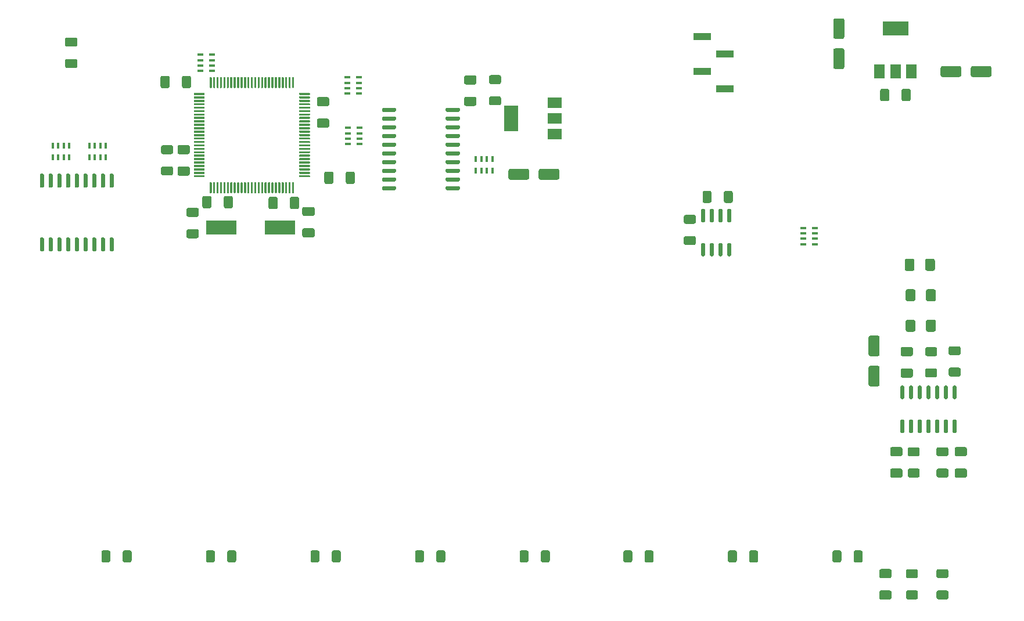
<source format=gtp>
G04 #@! TF.GenerationSoftware,KiCad,Pcbnew,(5.1.9)-1*
G04 #@! TF.CreationDate,2021-06-10T17:57:30+03:00*
G04 #@! TF.ProjectId,OneWireReader,4f6e6557-6972-4655-9265-616465722e6b,rev?*
G04 #@! TF.SameCoordinates,Original*
G04 #@! TF.FileFunction,Paste,Top*
G04 #@! TF.FilePolarity,Positive*
%FSLAX46Y46*%
G04 Gerber Fmt 4.6, Leading zero omitted, Abs format (unit mm)*
G04 Created by KiCad (PCBNEW (5.1.9)-1) date 2021-06-10 17:57:30*
%MOMM*%
%LPD*%
G01*
G04 APERTURE LIST*
%ADD10R,0.900000X0.400000*%
%ADD11R,0.400000X0.900000*%
%ADD12R,4.500000X2.000000*%
%ADD13R,2.000000X1.500000*%
%ADD14R,2.000000X3.800000*%
%ADD15R,1.500000X2.000000*%
%ADD16R,3.800000X2.000000*%
%ADD17R,2.510000X1.000000*%
G04 APERTURE END LIST*
G36*
G01*
X183528000Y-87620000D02*
X183528000Y-86370000D01*
G75*
G02*
X183778000Y-86120000I250000J0D01*
G01*
X184703000Y-86120000D01*
G75*
G02*
X184953000Y-86370000I0J-250000D01*
G01*
X184953000Y-87620000D01*
G75*
G02*
X184703000Y-87870000I-250000J0D01*
G01*
X183778000Y-87870000D01*
G75*
G02*
X183528000Y-87620000I0J250000D01*
G01*
G37*
G36*
G01*
X180553000Y-87620000D02*
X180553000Y-86370000D01*
G75*
G02*
X180803000Y-86120000I250000J0D01*
G01*
X181728000Y-86120000D01*
G75*
G02*
X181978000Y-86370000I0J-250000D01*
G01*
X181978000Y-87620000D01*
G75*
G02*
X181728000Y-87870000I-250000J0D01*
G01*
X180803000Y-87870000D01*
G75*
G02*
X180553000Y-87620000I0J250000D01*
G01*
G37*
G36*
G01*
X183528000Y-83175000D02*
X183528000Y-81925000D01*
G75*
G02*
X183778000Y-81675000I250000J0D01*
G01*
X184703000Y-81675000D01*
G75*
G02*
X184953000Y-81925000I0J-250000D01*
G01*
X184953000Y-83175000D01*
G75*
G02*
X184703000Y-83425000I-250000J0D01*
G01*
X183778000Y-83425000D01*
G75*
G02*
X183528000Y-83175000I0J250000D01*
G01*
G37*
G36*
G01*
X180553000Y-83175000D02*
X180553000Y-81925000D01*
G75*
G02*
X180803000Y-81675000I250000J0D01*
G01*
X181728000Y-81675000D01*
G75*
G02*
X181978000Y-81925000I0J-250000D01*
G01*
X181978000Y-83175000D01*
G75*
G02*
X181728000Y-83425000I-250000J0D01*
G01*
X180803000Y-83425000D01*
G75*
G02*
X180553000Y-83175000I0J250000D01*
G01*
G37*
G36*
G01*
X183401000Y-78730000D02*
X183401000Y-77480000D01*
G75*
G02*
X183651000Y-77230000I250000J0D01*
G01*
X184576000Y-77230000D01*
G75*
G02*
X184826000Y-77480000I0J-250000D01*
G01*
X184826000Y-78730000D01*
G75*
G02*
X184576000Y-78980000I-250000J0D01*
G01*
X183651000Y-78980000D01*
G75*
G02*
X183401000Y-78730000I0J250000D01*
G01*
G37*
G36*
G01*
X180426000Y-78730000D02*
X180426000Y-77480000D01*
G75*
G02*
X180676000Y-77230000I250000J0D01*
G01*
X181601000Y-77230000D01*
G75*
G02*
X181851000Y-77480000I0J-250000D01*
G01*
X181851000Y-78730000D01*
G75*
G02*
X181601000Y-78980000I-250000J0D01*
G01*
X180676000Y-78980000D01*
G75*
G02*
X180426000Y-78730000I0J250000D01*
G01*
G37*
D10*
X77763000Y-47441000D03*
X77763000Y-48241000D03*
X77763000Y-49041000D03*
X77763000Y-49841000D03*
X79463000Y-47441000D03*
X79463000Y-49841000D03*
X79463000Y-48241000D03*
X79463000Y-49041000D03*
X99139000Y-50748000D03*
X99139000Y-51548000D03*
X99139000Y-52348000D03*
X99139000Y-53148000D03*
X100839000Y-50748000D03*
X100839000Y-53148000D03*
X100839000Y-51548000D03*
X100839000Y-52348000D03*
X167347000Y-75114000D03*
X167347000Y-74314000D03*
X167347000Y-73514000D03*
X167347000Y-72714000D03*
X165647000Y-75114000D03*
X165647000Y-72714000D03*
X165647000Y-74314000D03*
X165647000Y-73514000D03*
D11*
X56244000Y-62450000D03*
X57044000Y-62450000D03*
X57844000Y-62450000D03*
X58644000Y-62450000D03*
X56244000Y-60750000D03*
X58644000Y-60750000D03*
X57044000Y-60750000D03*
X57844000Y-60750000D03*
X61578000Y-62450000D03*
X62378000Y-62450000D03*
X63178000Y-62450000D03*
X63978000Y-62450000D03*
X61578000Y-60750000D03*
X63978000Y-60750000D03*
X62378000Y-60750000D03*
X63178000Y-60750000D03*
D10*
X100966000Y-60514000D03*
X100966000Y-59714000D03*
X100966000Y-58914000D03*
X100966000Y-58114000D03*
X99266000Y-60514000D03*
X99266000Y-58114000D03*
X99266000Y-59714000D03*
X99266000Y-58914000D03*
D11*
X120326000Y-62650000D03*
X119526000Y-62650000D03*
X118726000Y-62650000D03*
X117926000Y-62650000D03*
X120326000Y-64350000D03*
X117926000Y-64350000D03*
X119526000Y-64350000D03*
X118726000Y-64350000D03*
D12*
X80840000Y-72644000D03*
X89340000Y-72644000D03*
G36*
G01*
X64660000Y-74115000D02*
X64960000Y-74115000D01*
G75*
G02*
X65110000Y-74265000I0J-150000D01*
G01*
X65110000Y-76015000D01*
G75*
G02*
X64960000Y-76165000I-150000J0D01*
G01*
X64660000Y-76165000D01*
G75*
G02*
X64510000Y-76015000I0J150000D01*
G01*
X64510000Y-74265000D01*
G75*
G02*
X64660000Y-74115000I150000J0D01*
G01*
G37*
G36*
G01*
X63390000Y-74115000D02*
X63690000Y-74115000D01*
G75*
G02*
X63840000Y-74265000I0J-150000D01*
G01*
X63840000Y-76015000D01*
G75*
G02*
X63690000Y-76165000I-150000J0D01*
G01*
X63390000Y-76165000D01*
G75*
G02*
X63240000Y-76015000I0J150000D01*
G01*
X63240000Y-74265000D01*
G75*
G02*
X63390000Y-74115000I150000J0D01*
G01*
G37*
G36*
G01*
X62120000Y-74115000D02*
X62420000Y-74115000D01*
G75*
G02*
X62570000Y-74265000I0J-150000D01*
G01*
X62570000Y-76015000D01*
G75*
G02*
X62420000Y-76165000I-150000J0D01*
G01*
X62120000Y-76165000D01*
G75*
G02*
X61970000Y-76015000I0J150000D01*
G01*
X61970000Y-74265000D01*
G75*
G02*
X62120000Y-74115000I150000J0D01*
G01*
G37*
G36*
G01*
X60850000Y-74115000D02*
X61150000Y-74115000D01*
G75*
G02*
X61300000Y-74265000I0J-150000D01*
G01*
X61300000Y-76015000D01*
G75*
G02*
X61150000Y-76165000I-150000J0D01*
G01*
X60850000Y-76165000D01*
G75*
G02*
X60700000Y-76015000I0J150000D01*
G01*
X60700000Y-74265000D01*
G75*
G02*
X60850000Y-74115000I150000J0D01*
G01*
G37*
G36*
G01*
X59580000Y-74115000D02*
X59880000Y-74115000D01*
G75*
G02*
X60030000Y-74265000I0J-150000D01*
G01*
X60030000Y-76015000D01*
G75*
G02*
X59880000Y-76165000I-150000J0D01*
G01*
X59580000Y-76165000D01*
G75*
G02*
X59430000Y-76015000I0J150000D01*
G01*
X59430000Y-74265000D01*
G75*
G02*
X59580000Y-74115000I150000J0D01*
G01*
G37*
G36*
G01*
X58310000Y-74115000D02*
X58610000Y-74115000D01*
G75*
G02*
X58760000Y-74265000I0J-150000D01*
G01*
X58760000Y-76015000D01*
G75*
G02*
X58610000Y-76165000I-150000J0D01*
G01*
X58310000Y-76165000D01*
G75*
G02*
X58160000Y-76015000I0J150000D01*
G01*
X58160000Y-74265000D01*
G75*
G02*
X58310000Y-74115000I150000J0D01*
G01*
G37*
G36*
G01*
X57040000Y-74115000D02*
X57340000Y-74115000D01*
G75*
G02*
X57490000Y-74265000I0J-150000D01*
G01*
X57490000Y-76015000D01*
G75*
G02*
X57340000Y-76165000I-150000J0D01*
G01*
X57040000Y-76165000D01*
G75*
G02*
X56890000Y-76015000I0J150000D01*
G01*
X56890000Y-74265000D01*
G75*
G02*
X57040000Y-74115000I150000J0D01*
G01*
G37*
G36*
G01*
X55770000Y-74115000D02*
X56070000Y-74115000D01*
G75*
G02*
X56220000Y-74265000I0J-150000D01*
G01*
X56220000Y-76015000D01*
G75*
G02*
X56070000Y-76165000I-150000J0D01*
G01*
X55770000Y-76165000D01*
G75*
G02*
X55620000Y-76015000I0J150000D01*
G01*
X55620000Y-74265000D01*
G75*
G02*
X55770000Y-74115000I150000J0D01*
G01*
G37*
G36*
G01*
X54500000Y-74115000D02*
X54800000Y-74115000D01*
G75*
G02*
X54950000Y-74265000I0J-150000D01*
G01*
X54950000Y-76015000D01*
G75*
G02*
X54800000Y-76165000I-150000J0D01*
G01*
X54500000Y-76165000D01*
G75*
G02*
X54350000Y-76015000I0J150000D01*
G01*
X54350000Y-74265000D01*
G75*
G02*
X54500000Y-74115000I150000J0D01*
G01*
G37*
G36*
G01*
X54500000Y-64815000D02*
X54800000Y-64815000D01*
G75*
G02*
X54950000Y-64965000I0J-150000D01*
G01*
X54950000Y-66715000D01*
G75*
G02*
X54800000Y-66865000I-150000J0D01*
G01*
X54500000Y-66865000D01*
G75*
G02*
X54350000Y-66715000I0J150000D01*
G01*
X54350000Y-64965000D01*
G75*
G02*
X54500000Y-64815000I150000J0D01*
G01*
G37*
G36*
G01*
X55770000Y-64815000D02*
X56070000Y-64815000D01*
G75*
G02*
X56220000Y-64965000I0J-150000D01*
G01*
X56220000Y-66715000D01*
G75*
G02*
X56070000Y-66865000I-150000J0D01*
G01*
X55770000Y-66865000D01*
G75*
G02*
X55620000Y-66715000I0J150000D01*
G01*
X55620000Y-64965000D01*
G75*
G02*
X55770000Y-64815000I150000J0D01*
G01*
G37*
G36*
G01*
X57040000Y-64815000D02*
X57340000Y-64815000D01*
G75*
G02*
X57490000Y-64965000I0J-150000D01*
G01*
X57490000Y-66715000D01*
G75*
G02*
X57340000Y-66865000I-150000J0D01*
G01*
X57040000Y-66865000D01*
G75*
G02*
X56890000Y-66715000I0J150000D01*
G01*
X56890000Y-64965000D01*
G75*
G02*
X57040000Y-64815000I150000J0D01*
G01*
G37*
G36*
G01*
X58310000Y-64815000D02*
X58610000Y-64815000D01*
G75*
G02*
X58760000Y-64965000I0J-150000D01*
G01*
X58760000Y-66715000D01*
G75*
G02*
X58610000Y-66865000I-150000J0D01*
G01*
X58310000Y-66865000D01*
G75*
G02*
X58160000Y-66715000I0J150000D01*
G01*
X58160000Y-64965000D01*
G75*
G02*
X58310000Y-64815000I150000J0D01*
G01*
G37*
G36*
G01*
X59580000Y-64815000D02*
X59880000Y-64815000D01*
G75*
G02*
X60030000Y-64965000I0J-150000D01*
G01*
X60030000Y-66715000D01*
G75*
G02*
X59880000Y-66865000I-150000J0D01*
G01*
X59580000Y-66865000D01*
G75*
G02*
X59430000Y-66715000I0J150000D01*
G01*
X59430000Y-64965000D01*
G75*
G02*
X59580000Y-64815000I150000J0D01*
G01*
G37*
G36*
G01*
X60850000Y-64815000D02*
X61150000Y-64815000D01*
G75*
G02*
X61300000Y-64965000I0J-150000D01*
G01*
X61300000Y-66715000D01*
G75*
G02*
X61150000Y-66865000I-150000J0D01*
G01*
X60850000Y-66865000D01*
G75*
G02*
X60700000Y-66715000I0J150000D01*
G01*
X60700000Y-64965000D01*
G75*
G02*
X60850000Y-64815000I150000J0D01*
G01*
G37*
G36*
G01*
X62120000Y-64815000D02*
X62420000Y-64815000D01*
G75*
G02*
X62570000Y-64965000I0J-150000D01*
G01*
X62570000Y-66715000D01*
G75*
G02*
X62420000Y-66865000I-150000J0D01*
G01*
X62120000Y-66865000D01*
G75*
G02*
X61970000Y-66715000I0J150000D01*
G01*
X61970000Y-64965000D01*
G75*
G02*
X62120000Y-64815000I150000J0D01*
G01*
G37*
G36*
G01*
X63390000Y-64815000D02*
X63690000Y-64815000D01*
G75*
G02*
X63840000Y-64965000I0J-150000D01*
G01*
X63840000Y-66715000D01*
G75*
G02*
X63690000Y-66865000I-150000J0D01*
G01*
X63390000Y-66865000D01*
G75*
G02*
X63240000Y-66715000I0J150000D01*
G01*
X63240000Y-64965000D01*
G75*
G02*
X63390000Y-64815000I150000J0D01*
G01*
G37*
G36*
G01*
X64660000Y-64815000D02*
X64960000Y-64815000D01*
G75*
G02*
X65110000Y-64965000I0J-150000D01*
G01*
X65110000Y-66715000D01*
G75*
G02*
X64960000Y-66865000I-150000J0D01*
G01*
X64660000Y-66865000D01*
G75*
G02*
X64510000Y-66715000I0J150000D01*
G01*
X64510000Y-64965000D01*
G75*
G02*
X64660000Y-64815000I150000J0D01*
G01*
G37*
G36*
G01*
X106270000Y-66784000D02*
X106270000Y-67084000D01*
G75*
G02*
X106120000Y-67234000I-150000J0D01*
G01*
X104370000Y-67234000D01*
G75*
G02*
X104220000Y-67084000I0J150000D01*
G01*
X104220000Y-66784000D01*
G75*
G02*
X104370000Y-66634000I150000J0D01*
G01*
X106120000Y-66634000D01*
G75*
G02*
X106270000Y-66784000I0J-150000D01*
G01*
G37*
G36*
G01*
X106270000Y-65514000D02*
X106270000Y-65814000D01*
G75*
G02*
X106120000Y-65964000I-150000J0D01*
G01*
X104370000Y-65964000D01*
G75*
G02*
X104220000Y-65814000I0J150000D01*
G01*
X104220000Y-65514000D01*
G75*
G02*
X104370000Y-65364000I150000J0D01*
G01*
X106120000Y-65364000D01*
G75*
G02*
X106270000Y-65514000I0J-150000D01*
G01*
G37*
G36*
G01*
X106270000Y-64244000D02*
X106270000Y-64544000D01*
G75*
G02*
X106120000Y-64694000I-150000J0D01*
G01*
X104370000Y-64694000D01*
G75*
G02*
X104220000Y-64544000I0J150000D01*
G01*
X104220000Y-64244000D01*
G75*
G02*
X104370000Y-64094000I150000J0D01*
G01*
X106120000Y-64094000D01*
G75*
G02*
X106270000Y-64244000I0J-150000D01*
G01*
G37*
G36*
G01*
X106270000Y-62974000D02*
X106270000Y-63274000D01*
G75*
G02*
X106120000Y-63424000I-150000J0D01*
G01*
X104370000Y-63424000D01*
G75*
G02*
X104220000Y-63274000I0J150000D01*
G01*
X104220000Y-62974000D01*
G75*
G02*
X104370000Y-62824000I150000J0D01*
G01*
X106120000Y-62824000D01*
G75*
G02*
X106270000Y-62974000I0J-150000D01*
G01*
G37*
G36*
G01*
X106270000Y-61704000D02*
X106270000Y-62004000D01*
G75*
G02*
X106120000Y-62154000I-150000J0D01*
G01*
X104370000Y-62154000D01*
G75*
G02*
X104220000Y-62004000I0J150000D01*
G01*
X104220000Y-61704000D01*
G75*
G02*
X104370000Y-61554000I150000J0D01*
G01*
X106120000Y-61554000D01*
G75*
G02*
X106270000Y-61704000I0J-150000D01*
G01*
G37*
G36*
G01*
X106270000Y-60434000D02*
X106270000Y-60734000D01*
G75*
G02*
X106120000Y-60884000I-150000J0D01*
G01*
X104370000Y-60884000D01*
G75*
G02*
X104220000Y-60734000I0J150000D01*
G01*
X104220000Y-60434000D01*
G75*
G02*
X104370000Y-60284000I150000J0D01*
G01*
X106120000Y-60284000D01*
G75*
G02*
X106270000Y-60434000I0J-150000D01*
G01*
G37*
G36*
G01*
X106270000Y-59164000D02*
X106270000Y-59464000D01*
G75*
G02*
X106120000Y-59614000I-150000J0D01*
G01*
X104370000Y-59614000D01*
G75*
G02*
X104220000Y-59464000I0J150000D01*
G01*
X104220000Y-59164000D01*
G75*
G02*
X104370000Y-59014000I150000J0D01*
G01*
X106120000Y-59014000D01*
G75*
G02*
X106270000Y-59164000I0J-150000D01*
G01*
G37*
G36*
G01*
X106270000Y-57894000D02*
X106270000Y-58194000D01*
G75*
G02*
X106120000Y-58344000I-150000J0D01*
G01*
X104370000Y-58344000D01*
G75*
G02*
X104220000Y-58194000I0J150000D01*
G01*
X104220000Y-57894000D01*
G75*
G02*
X104370000Y-57744000I150000J0D01*
G01*
X106120000Y-57744000D01*
G75*
G02*
X106270000Y-57894000I0J-150000D01*
G01*
G37*
G36*
G01*
X106270000Y-56624000D02*
X106270000Y-56924000D01*
G75*
G02*
X106120000Y-57074000I-150000J0D01*
G01*
X104370000Y-57074000D01*
G75*
G02*
X104220000Y-56924000I0J150000D01*
G01*
X104220000Y-56624000D01*
G75*
G02*
X104370000Y-56474000I150000J0D01*
G01*
X106120000Y-56474000D01*
G75*
G02*
X106270000Y-56624000I0J-150000D01*
G01*
G37*
G36*
G01*
X106270000Y-55354000D02*
X106270000Y-55654000D01*
G75*
G02*
X106120000Y-55804000I-150000J0D01*
G01*
X104370000Y-55804000D01*
G75*
G02*
X104220000Y-55654000I0J150000D01*
G01*
X104220000Y-55354000D01*
G75*
G02*
X104370000Y-55204000I150000J0D01*
G01*
X106120000Y-55204000D01*
G75*
G02*
X106270000Y-55354000I0J-150000D01*
G01*
G37*
G36*
G01*
X115570000Y-55354000D02*
X115570000Y-55654000D01*
G75*
G02*
X115420000Y-55804000I-150000J0D01*
G01*
X113670000Y-55804000D01*
G75*
G02*
X113520000Y-55654000I0J150000D01*
G01*
X113520000Y-55354000D01*
G75*
G02*
X113670000Y-55204000I150000J0D01*
G01*
X115420000Y-55204000D01*
G75*
G02*
X115570000Y-55354000I0J-150000D01*
G01*
G37*
G36*
G01*
X115570000Y-56624000D02*
X115570000Y-56924000D01*
G75*
G02*
X115420000Y-57074000I-150000J0D01*
G01*
X113670000Y-57074000D01*
G75*
G02*
X113520000Y-56924000I0J150000D01*
G01*
X113520000Y-56624000D01*
G75*
G02*
X113670000Y-56474000I150000J0D01*
G01*
X115420000Y-56474000D01*
G75*
G02*
X115570000Y-56624000I0J-150000D01*
G01*
G37*
G36*
G01*
X115570000Y-57894000D02*
X115570000Y-58194000D01*
G75*
G02*
X115420000Y-58344000I-150000J0D01*
G01*
X113670000Y-58344000D01*
G75*
G02*
X113520000Y-58194000I0J150000D01*
G01*
X113520000Y-57894000D01*
G75*
G02*
X113670000Y-57744000I150000J0D01*
G01*
X115420000Y-57744000D01*
G75*
G02*
X115570000Y-57894000I0J-150000D01*
G01*
G37*
G36*
G01*
X115570000Y-59164000D02*
X115570000Y-59464000D01*
G75*
G02*
X115420000Y-59614000I-150000J0D01*
G01*
X113670000Y-59614000D01*
G75*
G02*
X113520000Y-59464000I0J150000D01*
G01*
X113520000Y-59164000D01*
G75*
G02*
X113670000Y-59014000I150000J0D01*
G01*
X115420000Y-59014000D01*
G75*
G02*
X115570000Y-59164000I0J-150000D01*
G01*
G37*
G36*
G01*
X115570000Y-60434000D02*
X115570000Y-60734000D01*
G75*
G02*
X115420000Y-60884000I-150000J0D01*
G01*
X113670000Y-60884000D01*
G75*
G02*
X113520000Y-60734000I0J150000D01*
G01*
X113520000Y-60434000D01*
G75*
G02*
X113670000Y-60284000I150000J0D01*
G01*
X115420000Y-60284000D01*
G75*
G02*
X115570000Y-60434000I0J-150000D01*
G01*
G37*
G36*
G01*
X115570000Y-61704000D02*
X115570000Y-62004000D01*
G75*
G02*
X115420000Y-62154000I-150000J0D01*
G01*
X113670000Y-62154000D01*
G75*
G02*
X113520000Y-62004000I0J150000D01*
G01*
X113520000Y-61704000D01*
G75*
G02*
X113670000Y-61554000I150000J0D01*
G01*
X115420000Y-61554000D01*
G75*
G02*
X115570000Y-61704000I0J-150000D01*
G01*
G37*
G36*
G01*
X115570000Y-62974000D02*
X115570000Y-63274000D01*
G75*
G02*
X115420000Y-63424000I-150000J0D01*
G01*
X113670000Y-63424000D01*
G75*
G02*
X113520000Y-63274000I0J150000D01*
G01*
X113520000Y-62974000D01*
G75*
G02*
X113670000Y-62824000I150000J0D01*
G01*
X115420000Y-62824000D01*
G75*
G02*
X115570000Y-62974000I0J-150000D01*
G01*
G37*
G36*
G01*
X115570000Y-64244000D02*
X115570000Y-64544000D01*
G75*
G02*
X115420000Y-64694000I-150000J0D01*
G01*
X113670000Y-64694000D01*
G75*
G02*
X113520000Y-64544000I0J150000D01*
G01*
X113520000Y-64244000D01*
G75*
G02*
X113670000Y-64094000I150000J0D01*
G01*
X115420000Y-64094000D01*
G75*
G02*
X115570000Y-64244000I0J-150000D01*
G01*
G37*
G36*
G01*
X115570000Y-65514000D02*
X115570000Y-65814000D01*
G75*
G02*
X115420000Y-65964000I-150000J0D01*
G01*
X113670000Y-65964000D01*
G75*
G02*
X113520000Y-65814000I0J150000D01*
G01*
X113520000Y-65514000D01*
G75*
G02*
X113670000Y-65364000I150000J0D01*
G01*
X115420000Y-65364000D01*
G75*
G02*
X115570000Y-65514000I0J-150000D01*
G01*
G37*
G36*
G01*
X115570000Y-66784000D02*
X115570000Y-67084000D01*
G75*
G02*
X115420000Y-67234000I-150000J0D01*
G01*
X113670000Y-67234000D01*
G75*
G02*
X113520000Y-67084000I0J150000D01*
G01*
X113520000Y-66784000D01*
G75*
G02*
X113670000Y-66634000I150000J0D01*
G01*
X115420000Y-66634000D01*
G75*
G02*
X115570000Y-66784000I0J-150000D01*
G01*
G37*
G36*
G01*
X154703000Y-74911000D02*
X155003000Y-74911000D01*
G75*
G02*
X155153000Y-75061000I0J-150000D01*
G01*
X155153000Y-76711000D01*
G75*
G02*
X155003000Y-76861000I-150000J0D01*
G01*
X154703000Y-76861000D01*
G75*
G02*
X154553000Y-76711000I0J150000D01*
G01*
X154553000Y-75061000D01*
G75*
G02*
X154703000Y-74911000I150000J0D01*
G01*
G37*
G36*
G01*
X153433000Y-74911000D02*
X153733000Y-74911000D01*
G75*
G02*
X153883000Y-75061000I0J-150000D01*
G01*
X153883000Y-76711000D01*
G75*
G02*
X153733000Y-76861000I-150000J0D01*
G01*
X153433000Y-76861000D01*
G75*
G02*
X153283000Y-76711000I0J150000D01*
G01*
X153283000Y-75061000D01*
G75*
G02*
X153433000Y-74911000I150000J0D01*
G01*
G37*
G36*
G01*
X152163000Y-74911000D02*
X152463000Y-74911000D01*
G75*
G02*
X152613000Y-75061000I0J-150000D01*
G01*
X152613000Y-76711000D01*
G75*
G02*
X152463000Y-76861000I-150000J0D01*
G01*
X152163000Y-76861000D01*
G75*
G02*
X152013000Y-76711000I0J150000D01*
G01*
X152013000Y-75061000D01*
G75*
G02*
X152163000Y-74911000I150000J0D01*
G01*
G37*
G36*
G01*
X150893000Y-74911000D02*
X151193000Y-74911000D01*
G75*
G02*
X151343000Y-75061000I0J-150000D01*
G01*
X151343000Y-76711000D01*
G75*
G02*
X151193000Y-76861000I-150000J0D01*
G01*
X150893000Y-76861000D01*
G75*
G02*
X150743000Y-76711000I0J150000D01*
G01*
X150743000Y-75061000D01*
G75*
G02*
X150893000Y-74911000I150000J0D01*
G01*
G37*
G36*
G01*
X150893000Y-69961000D02*
X151193000Y-69961000D01*
G75*
G02*
X151343000Y-70111000I0J-150000D01*
G01*
X151343000Y-71761000D01*
G75*
G02*
X151193000Y-71911000I-150000J0D01*
G01*
X150893000Y-71911000D01*
G75*
G02*
X150743000Y-71761000I0J150000D01*
G01*
X150743000Y-70111000D01*
G75*
G02*
X150893000Y-69961000I150000J0D01*
G01*
G37*
G36*
G01*
X152163000Y-69961000D02*
X152463000Y-69961000D01*
G75*
G02*
X152613000Y-70111000I0J-150000D01*
G01*
X152613000Y-71761000D01*
G75*
G02*
X152463000Y-71911000I-150000J0D01*
G01*
X152163000Y-71911000D01*
G75*
G02*
X152013000Y-71761000I0J150000D01*
G01*
X152013000Y-70111000D01*
G75*
G02*
X152163000Y-69961000I150000J0D01*
G01*
G37*
G36*
G01*
X153433000Y-69961000D02*
X153733000Y-69961000D01*
G75*
G02*
X153883000Y-70111000I0J-150000D01*
G01*
X153883000Y-71761000D01*
G75*
G02*
X153733000Y-71911000I-150000J0D01*
G01*
X153433000Y-71911000D01*
G75*
G02*
X153283000Y-71761000I0J150000D01*
G01*
X153283000Y-70111000D01*
G75*
G02*
X153433000Y-69961000I150000J0D01*
G01*
G37*
G36*
G01*
X154703000Y-69961000D02*
X155003000Y-69961000D01*
G75*
G02*
X155153000Y-70111000I0J-150000D01*
G01*
X155153000Y-71761000D01*
G75*
G02*
X155003000Y-71911000I-150000J0D01*
G01*
X154703000Y-71911000D01*
G75*
G02*
X154553000Y-71761000I0J150000D01*
G01*
X154553000Y-70111000D01*
G75*
G02*
X154703000Y-69961000I150000J0D01*
G01*
G37*
G36*
G01*
X78307000Y-65337000D02*
X76857000Y-65337000D01*
G75*
G02*
X76782000Y-65262000I0J75000D01*
G01*
X76782000Y-65112000D01*
G75*
G02*
X76857000Y-65037000I75000J0D01*
G01*
X78307000Y-65037000D01*
G75*
G02*
X78382000Y-65112000I0J-75000D01*
G01*
X78382000Y-65262000D01*
G75*
G02*
X78307000Y-65337000I-75000J0D01*
G01*
G37*
G36*
G01*
X78307000Y-64837000D02*
X76857000Y-64837000D01*
G75*
G02*
X76782000Y-64762000I0J75000D01*
G01*
X76782000Y-64612000D01*
G75*
G02*
X76857000Y-64537000I75000J0D01*
G01*
X78307000Y-64537000D01*
G75*
G02*
X78382000Y-64612000I0J-75000D01*
G01*
X78382000Y-64762000D01*
G75*
G02*
X78307000Y-64837000I-75000J0D01*
G01*
G37*
G36*
G01*
X78307000Y-64337000D02*
X76857000Y-64337000D01*
G75*
G02*
X76782000Y-64262000I0J75000D01*
G01*
X76782000Y-64112000D01*
G75*
G02*
X76857000Y-64037000I75000J0D01*
G01*
X78307000Y-64037000D01*
G75*
G02*
X78382000Y-64112000I0J-75000D01*
G01*
X78382000Y-64262000D01*
G75*
G02*
X78307000Y-64337000I-75000J0D01*
G01*
G37*
G36*
G01*
X78307000Y-63837000D02*
X76857000Y-63837000D01*
G75*
G02*
X76782000Y-63762000I0J75000D01*
G01*
X76782000Y-63612000D01*
G75*
G02*
X76857000Y-63537000I75000J0D01*
G01*
X78307000Y-63537000D01*
G75*
G02*
X78382000Y-63612000I0J-75000D01*
G01*
X78382000Y-63762000D01*
G75*
G02*
X78307000Y-63837000I-75000J0D01*
G01*
G37*
G36*
G01*
X78307000Y-63337000D02*
X76857000Y-63337000D01*
G75*
G02*
X76782000Y-63262000I0J75000D01*
G01*
X76782000Y-63112000D01*
G75*
G02*
X76857000Y-63037000I75000J0D01*
G01*
X78307000Y-63037000D01*
G75*
G02*
X78382000Y-63112000I0J-75000D01*
G01*
X78382000Y-63262000D01*
G75*
G02*
X78307000Y-63337000I-75000J0D01*
G01*
G37*
G36*
G01*
X78307000Y-62837000D02*
X76857000Y-62837000D01*
G75*
G02*
X76782000Y-62762000I0J75000D01*
G01*
X76782000Y-62612000D01*
G75*
G02*
X76857000Y-62537000I75000J0D01*
G01*
X78307000Y-62537000D01*
G75*
G02*
X78382000Y-62612000I0J-75000D01*
G01*
X78382000Y-62762000D01*
G75*
G02*
X78307000Y-62837000I-75000J0D01*
G01*
G37*
G36*
G01*
X78307000Y-62337000D02*
X76857000Y-62337000D01*
G75*
G02*
X76782000Y-62262000I0J75000D01*
G01*
X76782000Y-62112000D01*
G75*
G02*
X76857000Y-62037000I75000J0D01*
G01*
X78307000Y-62037000D01*
G75*
G02*
X78382000Y-62112000I0J-75000D01*
G01*
X78382000Y-62262000D01*
G75*
G02*
X78307000Y-62337000I-75000J0D01*
G01*
G37*
G36*
G01*
X78307000Y-61837000D02*
X76857000Y-61837000D01*
G75*
G02*
X76782000Y-61762000I0J75000D01*
G01*
X76782000Y-61612000D01*
G75*
G02*
X76857000Y-61537000I75000J0D01*
G01*
X78307000Y-61537000D01*
G75*
G02*
X78382000Y-61612000I0J-75000D01*
G01*
X78382000Y-61762000D01*
G75*
G02*
X78307000Y-61837000I-75000J0D01*
G01*
G37*
G36*
G01*
X78307000Y-61337000D02*
X76857000Y-61337000D01*
G75*
G02*
X76782000Y-61262000I0J75000D01*
G01*
X76782000Y-61112000D01*
G75*
G02*
X76857000Y-61037000I75000J0D01*
G01*
X78307000Y-61037000D01*
G75*
G02*
X78382000Y-61112000I0J-75000D01*
G01*
X78382000Y-61262000D01*
G75*
G02*
X78307000Y-61337000I-75000J0D01*
G01*
G37*
G36*
G01*
X78307000Y-60837000D02*
X76857000Y-60837000D01*
G75*
G02*
X76782000Y-60762000I0J75000D01*
G01*
X76782000Y-60612000D01*
G75*
G02*
X76857000Y-60537000I75000J0D01*
G01*
X78307000Y-60537000D01*
G75*
G02*
X78382000Y-60612000I0J-75000D01*
G01*
X78382000Y-60762000D01*
G75*
G02*
X78307000Y-60837000I-75000J0D01*
G01*
G37*
G36*
G01*
X78307000Y-60337000D02*
X76857000Y-60337000D01*
G75*
G02*
X76782000Y-60262000I0J75000D01*
G01*
X76782000Y-60112000D01*
G75*
G02*
X76857000Y-60037000I75000J0D01*
G01*
X78307000Y-60037000D01*
G75*
G02*
X78382000Y-60112000I0J-75000D01*
G01*
X78382000Y-60262000D01*
G75*
G02*
X78307000Y-60337000I-75000J0D01*
G01*
G37*
G36*
G01*
X78307000Y-59837000D02*
X76857000Y-59837000D01*
G75*
G02*
X76782000Y-59762000I0J75000D01*
G01*
X76782000Y-59612000D01*
G75*
G02*
X76857000Y-59537000I75000J0D01*
G01*
X78307000Y-59537000D01*
G75*
G02*
X78382000Y-59612000I0J-75000D01*
G01*
X78382000Y-59762000D01*
G75*
G02*
X78307000Y-59837000I-75000J0D01*
G01*
G37*
G36*
G01*
X78307000Y-59337000D02*
X76857000Y-59337000D01*
G75*
G02*
X76782000Y-59262000I0J75000D01*
G01*
X76782000Y-59112000D01*
G75*
G02*
X76857000Y-59037000I75000J0D01*
G01*
X78307000Y-59037000D01*
G75*
G02*
X78382000Y-59112000I0J-75000D01*
G01*
X78382000Y-59262000D01*
G75*
G02*
X78307000Y-59337000I-75000J0D01*
G01*
G37*
G36*
G01*
X78307000Y-58837000D02*
X76857000Y-58837000D01*
G75*
G02*
X76782000Y-58762000I0J75000D01*
G01*
X76782000Y-58612000D01*
G75*
G02*
X76857000Y-58537000I75000J0D01*
G01*
X78307000Y-58537000D01*
G75*
G02*
X78382000Y-58612000I0J-75000D01*
G01*
X78382000Y-58762000D01*
G75*
G02*
X78307000Y-58837000I-75000J0D01*
G01*
G37*
G36*
G01*
X78307000Y-58337000D02*
X76857000Y-58337000D01*
G75*
G02*
X76782000Y-58262000I0J75000D01*
G01*
X76782000Y-58112000D01*
G75*
G02*
X76857000Y-58037000I75000J0D01*
G01*
X78307000Y-58037000D01*
G75*
G02*
X78382000Y-58112000I0J-75000D01*
G01*
X78382000Y-58262000D01*
G75*
G02*
X78307000Y-58337000I-75000J0D01*
G01*
G37*
G36*
G01*
X78307000Y-57837000D02*
X76857000Y-57837000D01*
G75*
G02*
X76782000Y-57762000I0J75000D01*
G01*
X76782000Y-57612000D01*
G75*
G02*
X76857000Y-57537000I75000J0D01*
G01*
X78307000Y-57537000D01*
G75*
G02*
X78382000Y-57612000I0J-75000D01*
G01*
X78382000Y-57762000D01*
G75*
G02*
X78307000Y-57837000I-75000J0D01*
G01*
G37*
G36*
G01*
X78307000Y-57337000D02*
X76857000Y-57337000D01*
G75*
G02*
X76782000Y-57262000I0J75000D01*
G01*
X76782000Y-57112000D01*
G75*
G02*
X76857000Y-57037000I75000J0D01*
G01*
X78307000Y-57037000D01*
G75*
G02*
X78382000Y-57112000I0J-75000D01*
G01*
X78382000Y-57262000D01*
G75*
G02*
X78307000Y-57337000I-75000J0D01*
G01*
G37*
G36*
G01*
X78307000Y-56837000D02*
X76857000Y-56837000D01*
G75*
G02*
X76782000Y-56762000I0J75000D01*
G01*
X76782000Y-56612000D01*
G75*
G02*
X76857000Y-56537000I75000J0D01*
G01*
X78307000Y-56537000D01*
G75*
G02*
X78382000Y-56612000I0J-75000D01*
G01*
X78382000Y-56762000D01*
G75*
G02*
X78307000Y-56837000I-75000J0D01*
G01*
G37*
G36*
G01*
X78307000Y-56337000D02*
X76857000Y-56337000D01*
G75*
G02*
X76782000Y-56262000I0J75000D01*
G01*
X76782000Y-56112000D01*
G75*
G02*
X76857000Y-56037000I75000J0D01*
G01*
X78307000Y-56037000D01*
G75*
G02*
X78382000Y-56112000I0J-75000D01*
G01*
X78382000Y-56262000D01*
G75*
G02*
X78307000Y-56337000I-75000J0D01*
G01*
G37*
G36*
G01*
X78307000Y-55837000D02*
X76857000Y-55837000D01*
G75*
G02*
X76782000Y-55762000I0J75000D01*
G01*
X76782000Y-55612000D01*
G75*
G02*
X76857000Y-55537000I75000J0D01*
G01*
X78307000Y-55537000D01*
G75*
G02*
X78382000Y-55612000I0J-75000D01*
G01*
X78382000Y-55762000D01*
G75*
G02*
X78307000Y-55837000I-75000J0D01*
G01*
G37*
G36*
G01*
X78307000Y-55337000D02*
X76857000Y-55337000D01*
G75*
G02*
X76782000Y-55262000I0J75000D01*
G01*
X76782000Y-55112000D01*
G75*
G02*
X76857000Y-55037000I75000J0D01*
G01*
X78307000Y-55037000D01*
G75*
G02*
X78382000Y-55112000I0J-75000D01*
G01*
X78382000Y-55262000D01*
G75*
G02*
X78307000Y-55337000I-75000J0D01*
G01*
G37*
G36*
G01*
X78307000Y-54837000D02*
X76857000Y-54837000D01*
G75*
G02*
X76782000Y-54762000I0J75000D01*
G01*
X76782000Y-54612000D01*
G75*
G02*
X76857000Y-54537000I75000J0D01*
G01*
X78307000Y-54537000D01*
G75*
G02*
X78382000Y-54612000I0J-75000D01*
G01*
X78382000Y-54762000D01*
G75*
G02*
X78307000Y-54837000I-75000J0D01*
G01*
G37*
G36*
G01*
X78307000Y-54337000D02*
X76857000Y-54337000D01*
G75*
G02*
X76782000Y-54262000I0J75000D01*
G01*
X76782000Y-54112000D01*
G75*
G02*
X76857000Y-54037000I75000J0D01*
G01*
X78307000Y-54037000D01*
G75*
G02*
X78382000Y-54112000I0J-75000D01*
G01*
X78382000Y-54262000D01*
G75*
G02*
X78307000Y-54337000I-75000J0D01*
G01*
G37*
G36*
G01*
X78307000Y-53837000D02*
X76857000Y-53837000D01*
G75*
G02*
X76782000Y-53762000I0J75000D01*
G01*
X76782000Y-53612000D01*
G75*
G02*
X76857000Y-53537000I75000J0D01*
G01*
X78307000Y-53537000D01*
G75*
G02*
X78382000Y-53612000I0J-75000D01*
G01*
X78382000Y-53762000D01*
G75*
G02*
X78307000Y-53837000I-75000J0D01*
G01*
G37*
G36*
G01*
X78307000Y-53337000D02*
X76857000Y-53337000D01*
G75*
G02*
X76782000Y-53262000I0J75000D01*
G01*
X76782000Y-53112000D01*
G75*
G02*
X76857000Y-53037000I75000J0D01*
G01*
X78307000Y-53037000D01*
G75*
G02*
X78382000Y-53112000I0J-75000D01*
G01*
X78382000Y-53262000D01*
G75*
G02*
X78307000Y-53337000I-75000J0D01*
G01*
G37*
G36*
G01*
X79332000Y-52312000D02*
X79182000Y-52312000D01*
G75*
G02*
X79107000Y-52237000I0J75000D01*
G01*
X79107000Y-50787000D01*
G75*
G02*
X79182000Y-50712000I75000J0D01*
G01*
X79332000Y-50712000D01*
G75*
G02*
X79407000Y-50787000I0J-75000D01*
G01*
X79407000Y-52237000D01*
G75*
G02*
X79332000Y-52312000I-75000J0D01*
G01*
G37*
G36*
G01*
X79832000Y-52312000D02*
X79682000Y-52312000D01*
G75*
G02*
X79607000Y-52237000I0J75000D01*
G01*
X79607000Y-50787000D01*
G75*
G02*
X79682000Y-50712000I75000J0D01*
G01*
X79832000Y-50712000D01*
G75*
G02*
X79907000Y-50787000I0J-75000D01*
G01*
X79907000Y-52237000D01*
G75*
G02*
X79832000Y-52312000I-75000J0D01*
G01*
G37*
G36*
G01*
X80332000Y-52312000D02*
X80182000Y-52312000D01*
G75*
G02*
X80107000Y-52237000I0J75000D01*
G01*
X80107000Y-50787000D01*
G75*
G02*
X80182000Y-50712000I75000J0D01*
G01*
X80332000Y-50712000D01*
G75*
G02*
X80407000Y-50787000I0J-75000D01*
G01*
X80407000Y-52237000D01*
G75*
G02*
X80332000Y-52312000I-75000J0D01*
G01*
G37*
G36*
G01*
X80832000Y-52312000D02*
X80682000Y-52312000D01*
G75*
G02*
X80607000Y-52237000I0J75000D01*
G01*
X80607000Y-50787000D01*
G75*
G02*
X80682000Y-50712000I75000J0D01*
G01*
X80832000Y-50712000D01*
G75*
G02*
X80907000Y-50787000I0J-75000D01*
G01*
X80907000Y-52237000D01*
G75*
G02*
X80832000Y-52312000I-75000J0D01*
G01*
G37*
G36*
G01*
X81332000Y-52312000D02*
X81182000Y-52312000D01*
G75*
G02*
X81107000Y-52237000I0J75000D01*
G01*
X81107000Y-50787000D01*
G75*
G02*
X81182000Y-50712000I75000J0D01*
G01*
X81332000Y-50712000D01*
G75*
G02*
X81407000Y-50787000I0J-75000D01*
G01*
X81407000Y-52237000D01*
G75*
G02*
X81332000Y-52312000I-75000J0D01*
G01*
G37*
G36*
G01*
X81832000Y-52312000D02*
X81682000Y-52312000D01*
G75*
G02*
X81607000Y-52237000I0J75000D01*
G01*
X81607000Y-50787000D01*
G75*
G02*
X81682000Y-50712000I75000J0D01*
G01*
X81832000Y-50712000D01*
G75*
G02*
X81907000Y-50787000I0J-75000D01*
G01*
X81907000Y-52237000D01*
G75*
G02*
X81832000Y-52312000I-75000J0D01*
G01*
G37*
G36*
G01*
X82332000Y-52312000D02*
X82182000Y-52312000D01*
G75*
G02*
X82107000Y-52237000I0J75000D01*
G01*
X82107000Y-50787000D01*
G75*
G02*
X82182000Y-50712000I75000J0D01*
G01*
X82332000Y-50712000D01*
G75*
G02*
X82407000Y-50787000I0J-75000D01*
G01*
X82407000Y-52237000D01*
G75*
G02*
X82332000Y-52312000I-75000J0D01*
G01*
G37*
G36*
G01*
X82832000Y-52312000D02*
X82682000Y-52312000D01*
G75*
G02*
X82607000Y-52237000I0J75000D01*
G01*
X82607000Y-50787000D01*
G75*
G02*
X82682000Y-50712000I75000J0D01*
G01*
X82832000Y-50712000D01*
G75*
G02*
X82907000Y-50787000I0J-75000D01*
G01*
X82907000Y-52237000D01*
G75*
G02*
X82832000Y-52312000I-75000J0D01*
G01*
G37*
G36*
G01*
X83332000Y-52312000D02*
X83182000Y-52312000D01*
G75*
G02*
X83107000Y-52237000I0J75000D01*
G01*
X83107000Y-50787000D01*
G75*
G02*
X83182000Y-50712000I75000J0D01*
G01*
X83332000Y-50712000D01*
G75*
G02*
X83407000Y-50787000I0J-75000D01*
G01*
X83407000Y-52237000D01*
G75*
G02*
X83332000Y-52312000I-75000J0D01*
G01*
G37*
G36*
G01*
X83832000Y-52312000D02*
X83682000Y-52312000D01*
G75*
G02*
X83607000Y-52237000I0J75000D01*
G01*
X83607000Y-50787000D01*
G75*
G02*
X83682000Y-50712000I75000J0D01*
G01*
X83832000Y-50712000D01*
G75*
G02*
X83907000Y-50787000I0J-75000D01*
G01*
X83907000Y-52237000D01*
G75*
G02*
X83832000Y-52312000I-75000J0D01*
G01*
G37*
G36*
G01*
X84332000Y-52312000D02*
X84182000Y-52312000D01*
G75*
G02*
X84107000Y-52237000I0J75000D01*
G01*
X84107000Y-50787000D01*
G75*
G02*
X84182000Y-50712000I75000J0D01*
G01*
X84332000Y-50712000D01*
G75*
G02*
X84407000Y-50787000I0J-75000D01*
G01*
X84407000Y-52237000D01*
G75*
G02*
X84332000Y-52312000I-75000J0D01*
G01*
G37*
G36*
G01*
X84832000Y-52312000D02*
X84682000Y-52312000D01*
G75*
G02*
X84607000Y-52237000I0J75000D01*
G01*
X84607000Y-50787000D01*
G75*
G02*
X84682000Y-50712000I75000J0D01*
G01*
X84832000Y-50712000D01*
G75*
G02*
X84907000Y-50787000I0J-75000D01*
G01*
X84907000Y-52237000D01*
G75*
G02*
X84832000Y-52312000I-75000J0D01*
G01*
G37*
G36*
G01*
X85332000Y-52312000D02*
X85182000Y-52312000D01*
G75*
G02*
X85107000Y-52237000I0J75000D01*
G01*
X85107000Y-50787000D01*
G75*
G02*
X85182000Y-50712000I75000J0D01*
G01*
X85332000Y-50712000D01*
G75*
G02*
X85407000Y-50787000I0J-75000D01*
G01*
X85407000Y-52237000D01*
G75*
G02*
X85332000Y-52312000I-75000J0D01*
G01*
G37*
G36*
G01*
X85832000Y-52312000D02*
X85682000Y-52312000D01*
G75*
G02*
X85607000Y-52237000I0J75000D01*
G01*
X85607000Y-50787000D01*
G75*
G02*
X85682000Y-50712000I75000J0D01*
G01*
X85832000Y-50712000D01*
G75*
G02*
X85907000Y-50787000I0J-75000D01*
G01*
X85907000Y-52237000D01*
G75*
G02*
X85832000Y-52312000I-75000J0D01*
G01*
G37*
G36*
G01*
X86332000Y-52312000D02*
X86182000Y-52312000D01*
G75*
G02*
X86107000Y-52237000I0J75000D01*
G01*
X86107000Y-50787000D01*
G75*
G02*
X86182000Y-50712000I75000J0D01*
G01*
X86332000Y-50712000D01*
G75*
G02*
X86407000Y-50787000I0J-75000D01*
G01*
X86407000Y-52237000D01*
G75*
G02*
X86332000Y-52312000I-75000J0D01*
G01*
G37*
G36*
G01*
X86832000Y-52312000D02*
X86682000Y-52312000D01*
G75*
G02*
X86607000Y-52237000I0J75000D01*
G01*
X86607000Y-50787000D01*
G75*
G02*
X86682000Y-50712000I75000J0D01*
G01*
X86832000Y-50712000D01*
G75*
G02*
X86907000Y-50787000I0J-75000D01*
G01*
X86907000Y-52237000D01*
G75*
G02*
X86832000Y-52312000I-75000J0D01*
G01*
G37*
G36*
G01*
X87332000Y-52312000D02*
X87182000Y-52312000D01*
G75*
G02*
X87107000Y-52237000I0J75000D01*
G01*
X87107000Y-50787000D01*
G75*
G02*
X87182000Y-50712000I75000J0D01*
G01*
X87332000Y-50712000D01*
G75*
G02*
X87407000Y-50787000I0J-75000D01*
G01*
X87407000Y-52237000D01*
G75*
G02*
X87332000Y-52312000I-75000J0D01*
G01*
G37*
G36*
G01*
X87832000Y-52312000D02*
X87682000Y-52312000D01*
G75*
G02*
X87607000Y-52237000I0J75000D01*
G01*
X87607000Y-50787000D01*
G75*
G02*
X87682000Y-50712000I75000J0D01*
G01*
X87832000Y-50712000D01*
G75*
G02*
X87907000Y-50787000I0J-75000D01*
G01*
X87907000Y-52237000D01*
G75*
G02*
X87832000Y-52312000I-75000J0D01*
G01*
G37*
G36*
G01*
X88332000Y-52312000D02*
X88182000Y-52312000D01*
G75*
G02*
X88107000Y-52237000I0J75000D01*
G01*
X88107000Y-50787000D01*
G75*
G02*
X88182000Y-50712000I75000J0D01*
G01*
X88332000Y-50712000D01*
G75*
G02*
X88407000Y-50787000I0J-75000D01*
G01*
X88407000Y-52237000D01*
G75*
G02*
X88332000Y-52312000I-75000J0D01*
G01*
G37*
G36*
G01*
X88832000Y-52312000D02*
X88682000Y-52312000D01*
G75*
G02*
X88607000Y-52237000I0J75000D01*
G01*
X88607000Y-50787000D01*
G75*
G02*
X88682000Y-50712000I75000J0D01*
G01*
X88832000Y-50712000D01*
G75*
G02*
X88907000Y-50787000I0J-75000D01*
G01*
X88907000Y-52237000D01*
G75*
G02*
X88832000Y-52312000I-75000J0D01*
G01*
G37*
G36*
G01*
X89332000Y-52312000D02*
X89182000Y-52312000D01*
G75*
G02*
X89107000Y-52237000I0J75000D01*
G01*
X89107000Y-50787000D01*
G75*
G02*
X89182000Y-50712000I75000J0D01*
G01*
X89332000Y-50712000D01*
G75*
G02*
X89407000Y-50787000I0J-75000D01*
G01*
X89407000Y-52237000D01*
G75*
G02*
X89332000Y-52312000I-75000J0D01*
G01*
G37*
G36*
G01*
X89832000Y-52312000D02*
X89682000Y-52312000D01*
G75*
G02*
X89607000Y-52237000I0J75000D01*
G01*
X89607000Y-50787000D01*
G75*
G02*
X89682000Y-50712000I75000J0D01*
G01*
X89832000Y-50712000D01*
G75*
G02*
X89907000Y-50787000I0J-75000D01*
G01*
X89907000Y-52237000D01*
G75*
G02*
X89832000Y-52312000I-75000J0D01*
G01*
G37*
G36*
G01*
X90332000Y-52312000D02*
X90182000Y-52312000D01*
G75*
G02*
X90107000Y-52237000I0J75000D01*
G01*
X90107000Y-50787000D01*
G75*
G02*
X90182000Y-50712000I75000J0D01*
G01*
X90332000Y-50712000D01*
G75*
G02*
X90407000Y-50787000I0J-75000D01*
G01*
X90407000Y-52237000D01*
G75*
G02*
X90332000Y-52312000I-75000J0D01*
G01*
G37*
G36*
G01*
X90832000Y-52312000D02*
X90682000Y-52312000D01*
G75*
G02*
X90607000Y-52237000I0J75000D01*
G01*
X90607000Y-50787000D01*
G75*
G02*
X90682000Y-50712000I75000J0D01*
G01*
X90832000Y-50712000D01*
G75*
G02*
X90907000Y-50787000I0J-75000D01*
G01*
X90907000Y-52237000D01*
G75*
G02*
X90832000Y-52312000I-75000J0D01*
G01*
G37*
G36*
G01*
X91332000Y-52312000D02*
X91182000Y-52312000D01*
G75*
G02*
X91107000Y-52237000I0J75000D01*
G01*
X91107000Y-50787000D01*
G75*
G02*
X91182000Y-50712000I75000J0D01*
G01*
X91332000Y-50712000D01*
G75*
G02*
X91407000Y-50787000I0J-75000D01*
G01*
X91407000Y-52237000D01*
G75*
G02*
X91332000Y-52312000I-75000J0D01*
G01*
G37*
G36*
G01*
X93657000Y-53337000D02*
X92207000Y-53337000D01*
G75*
G02*
X92132000Y-53262000I0J75000D01*
G01*
X92132000Y-53112000D01*
G75*
G02*
X92207000Y-53037000I75000J0D01*
G01*
X93657000Y-53037000D01*
G75*
G02*
X93732000Y-53112000I0J-75000D01*
G01*
X93732000Y-53262000D01*
G75*
G02*
X93657000Y-53337000I-75000J0D01*
G01*
G37*
G36*
G01*
X93657000Y-53837000D02*
X92207000Y-53837000D01*
G75*
G02*
X92132000Y-53762000I0J75000D01*
G01*
X92132000Y-53612000D01*
G75*
G02*
X92207000Y-53537000I75000J0D01*
G01*
X93657000Y-53537000D01*
G75*
G02*
X93732000Y-53612000I0J-75000D01*
G01*
X93732000Y-53762000D01*
G75*
G02*
X93657000Y-53837000I-75000J0D01*
G01*
G37*
G36*
G01*
X93657000Y-54337000D02*
X92207000Y-54337000D01*
G75*
G02*
X92132000Y-54262000I0J75000D01*
G01*
X92132000Y-54112000D01*
G75*
G02*
X92207000Y-54037000I75000J0D01*
G01*
X93657000Y-54037000D01*
G75*
G02*
X93732000Y-54112000I0J-75000D01*
G01*
X93732000Y-54262000D01*
G75*
G02*
X93657000Y-54337000I-75000J0D01*
G01*
G37*
G36*
G01*
X93657000Y-54837000D02*
X92207000Y-54837000D01*
G75*
G02*
X92132000Y-54762000I0J75000D01*
G01*
X92132000Y-54612000D01*
G75*
G02*
X92207000Y-54537000I75000J0D01*
G01*
X93657000Y-54537000D01*
G75*
G02*
X93732000Y-54612000I0J-75000D01*
G01*
X93732000Y-54762000D01*
G75*
G02*
X93657000Y-54837000I-75000J0D01*
G01*
G37*
G36*
G01*
X93657000Y-55337000D02*
X92207000Y-55337000D01*
G75*
G02*
X92132000Y-55262000I0J75000D01*
G01*
X92132000Y-55112000D01*
G75*
G02*
X92207000Y-55037000I75000J0D01*
G01*
X93657000Y-55037000D01*
G75*
G02*
X93732000Y-55112000I0J-75000D01*
G01*
X93732000Y-55262000D01*
G75*
G02*
X93657000Y-55337000I-75000J0D01*
G01*
G37*
G36*
G01*
X93657000Y-55837000D02*
X92207000Y-55837000D01*
G75*
G02*
X92132000Y-55762000I0J75000D01*
G01*
X92132000Y-55612000D01*
G75*
G02*
X92207000Y-55537000I75000J0D01*
G01*
X93657000Y-55537000D01*
G75*
G02*
X93732000Y-55612000I0J-75000D01*
G01*
X93732000Y-55762000D01*
G75*
G02*
X93657000Y-55837000I-75000J0D01*
G01*
G37*
G36*
G01*
X93657000Y-56337000D02*
X92207000Y-56337000D01*
G75*
G02*
X92132000Y-56262000I0J75000D01*
G01*
X92132000Y-56112000D01*
G75*
G02*
X92207000Y-56037000I75000J0D01*
G01*
X93657000Y-56037000D01*
G75*
G02*
X93732000Y-56112000I0J-75000D01*
G01*
X93732000Y-56262000D01*
G75*
G02*
X93657000Y-56337000I-75000J0D01*
G01*
G37*
G36*
G01*
X93657000Y-56837000D02*
X92207000Y-56837000D01*
G75*
G02*
X92132000Y-56762000I0J75000D01*
G01*
X92132000Y-56612000D01*
G75*
G02*
X92207000Y-56537000I75000J0D01*
G01*
X93657000Y-56537000D01*
G75*
G02*
X93732000Y-56612000I0J-75000D01*
G01*
X93732000Y-56762000D01*
G75*
G02*
X93657000Y-56837000I-75000J0D01*
G01*
G37*
G36*
G01*
X93657000Y-57337000D02*
X92207000Y-57337000D01*
G75*
G02*
X92132000Y-57262000I0J75000D01*
G01*
X92132000Y-57112000D01*
G75*
G02*
X92207000Y-57037000I75000J0D01*
G01*
X93657000Y-57037000D01*
G75*
G02*
X93732000Y-57112000I0J-75000D01*
G01*
X93732000Y-57262000D01*
G75*
G02*
X93657000Y-57337000I-75000J0D01*
G01*
G37*
G36*
G01*
X93657000Y-57837000D02*
X92207000Y-57837000D01*
G75*
G02*
X92132000Y-57762000I0J75000D01*
G01*
X92132000Y-57612000D01*
G75*
G02*
X92207000Y-57537000I75000J0D01*
G01*
X93657000Y-57537000D01*
G75*
G02*
X93732000Y-57612000I0J-75000D01*
G01*
X93732000Y-57762000D01*
G75*
G02*
X93657000Y-57837000I-75000J0D01*
G01*
G37*
G36*
G01*
X93657000Y-58337000D02*
X92207000Y-58337000D01*
G75*
G02*
X92132000Y-58262000I0J75000D01*
G01*
X92132000Y-58112000D01*
G75*
G02*
X92207000Y-58037000I75000J0D01*
G01*
X93657000Y-58037000D01*
G75*
G02*
X93732000Y-58112000I0J-75000D01*
G01*
X93732000Y-58262000D01*
G75*
G02*
X93657000Y-58337000I-75000J0D01*
G01*
G37*
G36*
G01*
X93657000Y-58837000D02*
X92207000Y-58837000D01*
G75*
G02*
X92132000Y-58762000I0J75000D01*
G01*
X92132000Y-58612000D01*
G75*
G02*
X92207000Y-58537000I75000J0D01*
G01*
X93657000Y-58537000D01*
G75*
G02*
X93732000Y-58612000I0J-75000D01*
G01*
X93732000Y-58762000D01*
G75*
G02*
X93657000Y-58837000I-75000J0D01*
G01*
G37*
G36*
G01*
X93657000Y-59337000D02*
X92207000Y-59337000D01*
G75*
G02*
X92132000Y-59262000I0J75000D01*
G01*
X92132000Y-59112000D01*
G75*
G02*
X92207000Y-59037000I75000J0D01*
G01*
X93657000Y-59037000D01*
G75*
G02*
X93732000Y-59112000I0J-75000D01*
G01*
X93732000Y-59262000D01*
G75*
G02*
X93657000Y-59337000I-75000J0D01*
G01*
G37*
G36*
G01*
X93657000Y-59837000D02*
X92207000Y-59837000D01*
G75*
G02*
X92132000Y-59762000I0J75000D01*
G01*
X92132000Y-59612000D01*
G75*
G02*
X92207000Y-59537000I75000J0D01*
G01*
X93657000Y-59537000D01*
G75*
G02*
X93732000Y-59612000I0J-75000D01*
G01*
X93732000Y-59762000D01*
G75*
G02*
X93657000Y-59837000I-75000J0D01*
G01*
G37*
G36*
G01*
X93657000Y-60337000D02*
X92207000Y-60337000D01*
G75*
G02*
X92132000Y-60262000I0J75000D01*
G01*
X92132000Y-60112000D01*
G75*
G02*
X92207000Y-60037000I75000J0D01*
G01*
X93657000Y-60037000D01*
G75*
G02*
X93732000Y-60112000I0J-75000D01*
G01*
X93732000Y-60262000D01*
G75*
G02*
X93657000Y-60337000I-75000J0D01*
G01*
G37*
G36*
G01*
X93657000Y-60837000D02*
X92207000Y-60837000D01*
G75*
G02*
X92132000Y-60762000I0J75000D01*
G01*
X92132000Y-60612000D01*
G75*
G02*
X92207000Y-60537000I75000J0D01*
G01*
X93657000Y-60537000D01*
G75*
G02*
X93732000Y-60612000I0J-75000D01*
G01*
X93732000Y-60762000D01*
G75*
G02*
X93657000Y-60837000I-75000J0D01*
G01*
G37*
G36*
G01*
X93657000Y-61337000D02*
X92207000Y-61337000D01*
G75*
G02*
X92132000Y-61262000I0J75000D01*
G01*
X92132000Y-61112000D01*
G75*
G02*
X92207000Y-61037000I75000J0D01*
G01*
X93657000Y-61037000D01*
G75*
G02*
X93732000Y-61112000I0J-75000D01*
G01*
X93732000Y-61262000D01*
G75*
G02*
X93657000Y-61337000I-75000J0D01*
G01*
G37*
G36*
G01*
X93657000Y-61837000D02*
X92207000Y-61837000D01*
G75*
G02*
X92132000Y-61762000I0J75000D01*
G01*
X92132000Y-61612000D01*
G75*
G02*
X92207000Y-61537000I75000J0D01*
G01*
X93657000Y-61537000D01*
G75*
G02*
X93732000Y-61612000I0J-75000D01*
G01*
X93732000Y-61762000D01*
G75*
G02*
X93657000Y-61837000I-75000J0D01*
G01*
G37*
G36*
G01*
X93657000Y-62337000D02*
X92207000Y-62337000D01*
G75*
G02*
X92132000Y-62262000I0J75000D01*
G01*
X92132000Y-62112000D01*
G75*
G02*
X92207000Y-62037000I75000J0D01*
G01*
X93657000Y-62037000D01*
G75*
G02*
X93732000Y-62112000I0J-75000D01*
G01*
X93732000Y-62262000D01*
G75*
G02*
X93657000Y-62337000I-75000J0D01*
G01*
G37*
G36*
G01*
X93657000Y-62837000D02*
X92207000Y-62837000D01*
G75*
G02*
X92132000Y-62762000I0J75000D01*
G01*
X92132000Y-62612000D01*
G75*
G02*
X92207000Y-62537000I75000J0D01*
G01*
X93657000Y-62537000D01*
G75*
G02*
X93732000Y-62612000I0J-75000D01*
G01*
X93732000Y-62762000D01*
G75*
G02*
X93657000Y-62837000I-75000J0D01*
G01*
G37*
G36*
G01*
X93657000Y-63337000D02*
X92207000Y-63337000D01*
G75*
G02*
X92132000Y-63262000I0J75000D01*
G01*
X92132000Y-63112000D01*
G75*
G02*
X92207000Y-63037000I75000J0D01*
G01*
X93657000Y-63037000D01*
G75*
G02*
X93732000Y-63112000I0J-75000D01*
G01*
X93732000Y-63262000D01*
G75*
G02*
X93657000Y-63337000I-75000J0D01*
G01*
G37*
G36*
G01*
X93657000Y-63837000D02*
X92207000Y-63837000D01*
G75*
G02*
X92132000Y-63762000I0J75000D01*
G01*
X92132000Y-63612000D01*
G75*
G02*
X92207000Y-63537000I75000J0D01*
G01*
X93657000Y-63537000D01*
G75*
G02*
X93732000Y-63612000I0J-75000D01*
G01*
X93732000Y-63762000D01*
G75*
G02*
X93657000Y-63837000I-75000J0D01*
G01*
G37*
G36*
G01*
X93657000Y-64337000D02*
X92207000Y-64337000D01*
G75*
G02*
X92132000Y-64262000I0J75000D01*
G01*
X92132000Y-64112000D01*
G75*
G02*
X92207000Y-64037000I75000J0D01*
G01*
X93657000Y-64037000D01*
G75*
G02*
X93732000Y-64112000I0J-75000D01*
G01*
X93732000Y-64262000D01*
G75*
G02*
X93657000Y-64337000I-75000J0D01*
G01*
G37*
G36*
G01*
X93657000Y-64837000D02*
X92207000Y-64837000D01*
G75*
G02*
X92132000Y-64762000I0J75000D01*
G01*
X92132000Y-64612000D01*
G75*
G02*
X92207000Y-64537000I75000J0D01*
G01*
X93657000Y-64537000D01*
G75*
G02*
X93732000Y-64612000I0J-75000D01*
G01*
X93732000Y-64762000D01*
G75*
G02*
X93657000Y-64837000I-75000J0D01*
G01*
G37*
G36*
G01*
X93657000Y-65337000D02*
X92207000Y-65337000D01*
G75*
G02*
X92132000Y-65262000I0J75000D01*
G01*
X92132000Y-65112000D01*
G75*
G02*
X92207000Y-65037000I75000J0D01*
G01*
X93657000Y-65037000D01*
G75*
G02*
X93732000Y-65112000I0J-75000D01*
G01*
X93732000Y-65262000D01*
G75*
G02*
X93657000Y-65337000I-75000J0D01*
G01*
G37*
G36*
G01*
X91332000Y-67662000D02*
X91182000Y-67662000D01*
G75*
G02*
X91107000Y-67587000I0J75000D01*
G01*
X91107000Y-66137000D01*
G75*
G02*
X91182000Y-66062000I75000J0D01*
G01*
X91332000Y-66062000D01*
G75*
G02*
X91407000Y-66137000I0J-75000D01*
G01*
X91407000Y-67587000D01*
G75*
G02*
X91332000Y-67662000I-75000J0D01*
G01*
G37*
G36*
G01*
X90832000Y-67662000D02*
X90682000Y-67662000D01*
G75*
G02*
X90607000Y-67587000I0J75000D01*
G01*
X90607000Y-66137000D01*
G75*
G02*
X90682000Y-66062000I75000J0D01*
G01*
X90832000Y-66062000D01*
G75*
G02*
X90907000Y-66137000I0J-75000D01*
G01*
X90907000Y-67587000D01*
G75*
G02*
X90832000Y-67662000I-75000J0D01*
G01*
G37*
G36*
G01*
X90332000Y-67662000D02*
X90182000Y-67662000D01*
G75*
G02*
X90107000Y-67587000I0J75000D01*
G01*
X90107000Y-66137000D01*
G75*
G02*
X90182000Y-66062000I75000J0D01*
G01*
X90332000Y-66062000D01*
G75*
G02*
X90407000Y-66137000I0J-75000D01*
G01*
X90407000Y-67587000D01*
G75*
G02*
X90332000Y-67662000I-75000J0D01*
G01*
G37*
G36*
G01*
X89832000Y-67662000D02*
X89682000Y-67662000D01*
G75*
G02*
X89607000Y-67587000I0J75000D01*
G01*
X89607000Y-66137000D01*
G75*
G02*
X89682000Y-66062000I75000J0D01*
G01*
X89832000Y-66062000D01*
G75*
G02*
X89907000Y-66137000I0J-75000D01*
G01*
X89907000Y-67587000D01*
G75*
G02*
X89832000Y-67662000I-75000J0D01*
G01*
G37*
G36*
G01*
X89332000Y-67662000D02*
X89182000Y-67662000D01*
G75*
G02*
X89107000Y-67587000I0J75000D01*
G01*
X89107000Y-66137000D01*
G75*
G02*
X89182000Y-66062000I75000J0D01*
G01*
X89332000Y-66062000D01*
G75*
G02*
X89407000Y-66137000I0J-75000D01*
G01*
X89407000Y-67587000D01*
G75*
G02*
X89332000Y-67662000I-75000J0D01*
G01*
G37*
G36*
G01*
X88832000Y-67662000D02*
X88682000Y-67662000D01*
G75*
G02*
X88607000Y-67587000I0J75000D01*
G01*
X88607000Y-66137000D01*
G75*
G02*
X88682000Y-66062000I75000J0D01*
G01*
X88832000Y-66062000D01*
G75*
G02*
X88907000Y-66137000I0J-75000D01*
G01*
X88907000Y-67587000D01*
G75*
G02*
X88832000Y-67662000I-75000J0D01*
G01*
G37*
G36*
G01*
X88332000Y-67662000D02*
X88182000Y-67662000D01*
G75*
G02*
X88107000Y-67587000I0J75000D01*
G01*
X88107000Y-66137000D01*
G75*
G02*
X88182000Y-66062000I75000J0D01*
G01*
X88332000Y-66062000D01*
G75*
G02*
X88407000Y-66137000I0J-75000D01*
G01*
X88407000Y-67587000D01*
G75*
G02*
X88332000Y-67662000I-75000J0D01*
G01*
G37*
G36*
G01*
X87832000Y-67662000D02*
X87682000Y-67662000D01*
G75*
G02*
X87607000Y-67587000I0J75000D01*
G01*
X87607000Y-66137000D01*
G75*
G02*
X87682000Y-66062000I75000J0D01*
G01*
X87832000Y-66062000D01*
G75*
G02*
X87907000Y-66137000I0J-75000D01*
G01*
X87907000Y-67587000D01*
G75*
G02*
X87832000Y-67662000I-75000J0D01*
G01*
G37*
G36*
G01*
X87332000Y-67662000D02*
X87182000Y-67662000D01*
G75*
G02*
X87107000Y-67587000I0J75000D01*
G01*
X87107000Y-66137000D01*
G75*
G02*
X87182000Y-66062000I75000J0D01*
G01*
X87332000Y-66062000D01*
G75*
G02*
X87407000Y-66137000I0J-75000D01*
G01*
X87407000Y-67587000D01*
G75*
G02*
X87332000Y-67662000I-75000J0D01*
G01*
G37*
G36*
G01*
X86832000Y-67662000D02*
X86682000Y-67662000D01*
G75*
G02*
X86607000Y-67587000I0J75000D01*
G01*
X86607000Y-66137000D01*
G75*
G02*
X86682000Y-66062000I75000J0D01*
G01*
X86832000Y-66062000D01*
G75*
G02*
X86907000Y-66137000I0J-75000D01*
G01*
X86907000Y-67587000D01*
G75*
G02*
X86832000Y-67662000I-75000J0D01*
G01*
G37*
G36*
G01*
X86332000Y-67662000D02*
X86182000Y-67662000D01*
G75*
G02*
X86107000Y-67587000I0J75000D01*
G01*
X86107000Y-66137000D01*
G75*
G02*
X86182000Y-66062000I75000J0D01*
G01*
X86332000Y-66062000D01*
G75*
G02*
X86407000Y-66137000I0J-75000D01*
G01*
X86407000Y-67587000D01*
G75*
G02*
X86332000Y-67662000I-75000J0D01*
G01*
G37*
G36*
G01*
X85832000Y-67662000D02*
X85682000Y-67662000D01*
G75*
G02*
X85607000Y-67587000I0J75000D01*
G01*
X85607000Y-66137000D01*
G75*
G02*
X85682000Y-66062000I75000J0D01*
G01*
X85832000Y-66062000D01*
G75*
G02*
X85907000Y-66137000I0J-75000D01*
G01*
X85907000Y-67587000D01*
G75*
G02*
X85832000Y-67662000I-75000J0D01*
G01*
G37*
G36*
G01*
X85332000Y-67662000D02*
X85182000Y-67662000D01*
G75*
G02*
X85107000Y-67587000I0J75000D01*
G01*
X85107000Y-66137000D01*
G75*
G02*
X85182000Y-66062000I75000J0D01*
G01*
X85332000Y-66062000D01*
G75*
G02*
X85407000Y-66137000I0J-75000D01*
G01*
X85407000Y-67587000D01*
G75*
G02*
X85332000Y-67662000I-75000J0D01*
G01*
G37*
G36*
G01*
X84832000Y-67662000D02*
X84682000Y-67662000D01*
G75*
G02*
X84607000Y-67587000I0J75000D01*
G01*
X84607000Y-66137000D01*
G75*
G02*
X84682000Y-66062000I75000J0D01*
G01*
X84832000Y-66062000D01*
G75*
G02*
X84907000Y-66137000I0J-75000D01*
G01*
X84907000Y-67587000D01*
G75*
G02*
X84832000Y-67662000I-75000J0D01*
G01*
G37*
G36*
G01*
X84332000Y-67662000D02*
X84182000Y-67662000D01*
G75*
G02*
X84107000Y-67587000I0J75000D01*
G01*
X84107000Y-66137000D01*
G75*
G02*
X84182000Y-66062000I75000J0D01*
G01*
X84332000Y-66062000D01*
G75*
G02*
X84407000Y-66137000I0J-75000D01*
G01*
X84407000Y-67587000D01*
G75*
G02*
X84332000Y-67662000I-75000J0D01*
G01*
G37*
G36*
G01*
X83832000Y-67662000D02*
X83682000Y-67662000D01*
G75*
G02*
X83607000Y-67587000I0J75000D01*
G01*
X83607000Y-66137000D01*
G75*
G02*
X83682000Y-66062000I75000J0D01*
G01*
X83832000Y-66062000D01*
G75*
G02*
X83907000Y-66137000I0J-75000D01*
G01*
X83907000Y-67587000D01*
G75*
G02*
X83832000Y-67662000I-75000J0D01*
G01*
G37*
G36*
G01*
X83332000Y-67662000D02*
X83182000Y-67662000D01*
G75*
G02*
X83107000Y-67587000I0J75000D01*
G01*
X83107000Y-66137000D01*
G75*
G02*
X83182000Y-66062000I75000J0D01*
G01*
X83332000Y-66062000D01*
G75*
G02*
X83407000Y-66137000I0J-75000D01*
G01*
X83407000Y-67587000D01*
G75*
G02*
X83332000Y-67662000I-75000J0D01*
G01*
G37*
G36*
G01*
X82832000Y-67662000D02*
X82682000Y-67662000D01*
G75*
G02*
X82607000Y-67587000I0J75000D01*
G01*
X82607000Y-66137000D01*
G75*
G02*
X82682000Y-66062000I75000J0D01*
G01*
X82832000Y-66062000D01*
G75*
G02*
X82907000Y-66137000I0J-75000D01*
G01*
X82907000Y-67587000D01*
G75*
G02*
X82832000Y-67662000I-75000J0D01*
G01*
G37*
G36*
G01*
X82332000Y-67662000D02*
X82182000Y-67662000D01*
G75*
G02*
X82107000Y-67587000I0J75000D01*
G01*
X82107000Y-66137000D01*
G75*
G02*
X82182000Y-66062000I75000J0D01*
G01*
X82332000Y-66062000D01*
G75*
G02*
X82407000Y-66137000I0J-75000D01*
G01*
X82407000Y-67587000D01*
G75*
G02*
X82332000Y-67662000I-75000J0D01*
G01*
G37*
G36*
G01*
X81832000Y-67662000D02*
X81682000Y-67662000D01*
G75*
G02*
X81607000Y-67587000I0J75000D01*
G01*
X81607000Y-66137000D01*
G75*
G02*
X81682000Y-66062000I75000J0D01*
G01*
X81832000Y-66062000D01*
G75*
G02*
X81907000Y-66137000I0J-75000D01*
G01*
X81907000Y-67587000D01*
G75*
G02*
X81832000Y-67662000I-75000J0D01*
G01*
G37*
G36*
G01*
X81332000Y-67662000D02*
X81182000Y-67662000D01*
G75*
G02*
X81107000Y-67587000I0J75000D01*
G01*
X81107000Y-66137000D01*
G75*
G02*
X81182000Y-66062000I75000J0D01*
G01*
X81332000Y-66062000D01*
G75*
G02*
X81407000Y-66137000I0J-75000D01*
G01*
X81407000Y-67587000D01*
G75*
G02*
X81332000Y-67662000I-75000J0D01*
G01*
G37*
G36*
G01*
X80832000Y-67662000D02*
X80682000Y-67662000D01*
G75*
G02*
X80607000Y-67587000I0J75000D01*
G01*
X80607000Y-66137000D01*
G75*
G02*
X80682000Y-66062000I75000J0D01*
G01*
X80832000Y-66062000D01*
G75*
G02*
X80907000Y-66137000I0J-75000D01*
G01*
X80907000Y-67587000D01*
G75*
G02*
X80832000Y-67662000I-75000J0D01*
G01*
G37*
G36*
G01*
X80332000Y-67662000D02*
X80182000Y-67662000D01*
G75*
G02*
X80107000Y-67587000I0J75000D01*
G01*
X80107000Y-66137000D01*
G75*
G02*
X80182000Y-66062000I75000J0D01*
G01*
X80332000Y-66062000D01*
G75*
G02*
X80407000Y-66137000I0J-75000D01*
G01*
X80407000Y-67587000D01*
G75*
G02*
X80332000Y-67662000I-75000J0D01*
G01*
G37*
G36*
G01*
X79832000Y-67662000D02*
X79682000Y-67662000D01*
G75*
G02*
X79607000Y-67587000I0J75000D01*
G01*
X79607000Y-66137000D01*
G75*
G02*
X79682000Y-66062000I75000J0D01*
G01*
X79832000Y-66062000D01*
G75*
G02*
X79907000Y-66137000I0J-75000D01*
G01*
X79907000Y-67587000D01*
G75*
G02*
X79832000Y-67662000I-75000J0D01*
G01*
G37*
G36*
G01*
X79332000Y-67662000D02*
X79182000Y-67662000D01*
G75*
G02*
X79107000Y-67587000I0J75000D01*
G01*
X79107000Y-66137000D01*
G75*
G02*
X79182000Y-66062000I75000J0D01*
G01*
X79332000Y-66062000D01*
G75*
G02*
X79407000Y-66137000I0J-75000D01*
G01*
X79407000Y-67587000D01*
G75*
G02*
X79332000Y-67662000I-75000J0D01*
G01*
G37*
D13*
X129388000Y-59069000D03*
X129388000Y-54469000D03*
X129388000Y-56769000D03*
D14*
X123088000Y-56769000D03*
D15*
X176770000Y-49886000D03*
X181370000Y-49886000D03*
X179070000Y-49886000D03*
D16*
X179070000Y-43586000D03*
G36*
G01*
X180236000Y-97687000D02*
X179936000Y-97687000D01*
G75*
G02*
X179786000Y-97537000I0J150000D01*
G01*
X179786000Y-95887000D01*
G75*
G02*
X179936000Y-95737000I150000J0D01*
G01*
X180236000Y-95737000D01*
G75*
G02*
X180386000Y-95887000I0J-150000D01*
G01*
X180386000Y-97537000D01*
G75*
G02*
X180236000Y-97687000I-150000J0D01*
G01*
G37*
G36*
G01*
X181506000Y-97687000D02*
X181206000Y-97687000D01*
G75*
G02*
X181056000Y-97537000I0J150000D01*
G01*
X181056000Y-95887000D01*
G75*
G02*
X181206000Y-95737000I150000J0D01*
G01*
X181506000Y-95737000D01*
G75*
G02*
X181656000Y-95887000I0J-150000D01*
G01*
X181656000Y-97537000D01*
G75*
G02*
X181506000Y-97687000I-150000J0D01*
G01*
G37*
G36*
G01*
X182776000Y-97687000D02*
X182476000Y-97687000D01*
G75*
G02*
X182326000Y-97537000I0J150000D01*
G01*
X182326000Y-95887000D01*
G75*
G02*
X182476000Y-95737000I150000J0D01*
G01*
X182776000Y-95737000D01*
G75*
G02*
X182926000Y-95887000I0J-150000D01*
G01*
X182926000Y-97537000D01*
G75*
G02*
X182776000Y-97687000I-150000J0D01*
G01*
G37*
G36*
G01*
X184046000Y-97687000D02*
X183746000Y-97687000D01*
G75*
G02*
X183596000Y-97537000I0J150000D01*
G01*
X183596000Y-95887000D01*
G75*
G02*
X183746000Y-95737000I150000J0D01*
G01*
X184046000Y-95737000D01*
G75*
G02*
X184196000Y-95887000I0J-150000D01*
G01*
X184196000Y-97537000D01*
G75*
G02*
X184046000Y-97687000I-150000J0D01*
G01*
G37*
G36*
G01*
X185316000Y-97687000D02*
X185016000Y-97687000D01*
G75*
G02*
X184866000Y-97537000I0J150000D01*
G01*
X184866000Y-95887000D01*
G75*
G02*
X185016000Y-95737000I150000J0D01*
G01*
X185316000Y-95737000D01*
G75*
G02*
X185466000Y-95887000I0J-150000D01*
G01*
X185466000Y-97537000D01*
G75*
G02*
X185316000Y-97687000I-150000J0D01*
G01*
G37*
G36*
G01*
X186586000Y-97687000D02*
X186286000Y-97687000D01*
G75*
G02*
X186136000Y-97537000I0J150000D01*
G01*
X186136000Y-95887000D01*
G75*
G02*
X186286000Y-95737000I150000J0D01*
G01*
X186586000Y-95737000D01*
G75*
G02*
X186736000Y-95887000I0J-150000D01*
G01*
X186736000Y-97537000D01*
G75*
G02*
X186586000Y-97687000I-150000J0D01*
G01*
G37*
G36*
G01*
X187856000Y-97687000D02*
X187556000Y-97687000D01*
G75*
G02*
X187406000Y-97537000I0J150000D01*
G01*
X187406000Y-95887000D01*
G75*
G02*
X187556000Y-95737000I150000J0D01*
G01*
X187856000Y-95737000D01*
G75*
G02*
X188006000Y-95887000I0J-150000D01*
G01*
X188006000Y-97537000D01*
G75*
G02*
X187856000Y-97687000I-150000J0D01*
G01*
G37*
G36*
G01*
X187856000Y-102637000D02*
X187556000Y-102637000D01*
G75*
G02*
X187406000Y-102487000I0J150000D01*
G01*
X187406000Y-100837000D01*
G75*
G02*
X187556000Y-100687000I150000J0D01*
G01*
X187856000Y-100687000D01*
G75*
G02*
X188006000Y-100837000I0J-150000D01*
G01*
X188006000Y-102487000D01*
G75*
G02*
X187856000Y-102637000I-150000J0D01*
G01*
G37*
G36*
G01*
X186586000Y-102637000D02*
X186286000Y-102637000D01*
G75*
G02*
X186136000Y-102487000I0J150000D01*
G01*
X186136000Y-100837000D01*
G75*
G02*
X186286000Y-100687000I150000J0D01*
G01*
X186586000Y-100687000D01*
G75*
G02*
X186736000Y-100837000I0J-150000D01*
G01*
X186736000Y-102487000D01*
G75*
G02*
X186586000Y-102637000I-150000J0D01*
G01*
G37*
G36*
G01*
X185316000Y-102637000D02*
X185016000Y-102637000D01*
G75*
G02*
X184866000Y-102487000I0J150000D01*
G01*
X184866000Y-100837000D01*
G75*
G02*
X185016000Y-100687000I150000J0D01*
G01*
X185316000Y-100687000D01*
G75*
G02*
X185466000Y-100837000I0J-150000D01*
G01*
X185466000Y-102487000D01*
G75*
G02*
X185316000Y-102637000I-150000J0D01*
G01*
G37*
G36*
G01*
X184046000Y-102637000D02*
X183746000Y-102637000D01*
G75*
G02*
X183596000Y-102487000I0J150000D01*
G01*
X183596000Y-100837000D01*
G75*
G02*
X183746000Y-100687000I150000J0D01*
G01*
X184046000Y-100687000D01*
G75*
G02*
X184196000Y-100837000I0J-150000D01*
G01*
X184196000Y-102487000D01*
G75*
G02*
X184046000Y-102637000I-150000J0D01*
G01*
G37*
G36*
G01*
X182776000Y-102637000D02*
X182476000Y-102637000D01*
G75*
G02*
X182326000Y-102487000I0J150000D01*
G01*
X182326000Y-100837000D01*
G75*
G02*
X182476000Y-100687000I150000J0D01*
G01*
X182776000Y-100687000D01*
G75*
G02*
X182926000Y-100837000I0J-150000D01*
G01*
X182926000Y-102487000D01*
G75*
G02*
X182776000Y-102637000I-150000J0D01*
G01*
G37*
G36*
G01*
X181506000Y-102637000D02*
X181206000Y-102637000D01*
G75*
G02*
X181056000Y-102487000I0J150000D01*
G01*
X181056000Y-100837000D01*
G75*
G02*
X181206000Y-100687000I150000J0D01*
G01*
X181506000Y-100687000D01*
G75*
G02*
X181656000Y-100837000I0J-150000D01*
G01*
X181656000Y-102487000D01*
G75*
G02*
X181506000Y-102637000I-150000J0D01*
G01*
G37*
G36*
G01*
X180236000Y-102637000D02*
X179936000Y-102637000D01*
G75*
G02*
X179786000Y-102487000I0J150000D01*
G01*
X179786000Y-100837000D01*
G75*
G02*
X179936000Y-100687000I150000J0D01*
G01*
X180236000Y-100687000D01*
G75*
G02*
X180386000Y-100837000I0J-150000D01*
G01*
X180386000Y-102487000D01*
G75*
G02*
X180236000Y-102637000I-150000J0D01*
G01*
G37*
G36*
G01*
X120088500Y-53541500D02*
X121338500Y-53541500D01*
G75*
G02*
X121588500Y-53791500I0J-250000D01*
G01*
X121588500Y-54591500D01*
G75*
G02*
X121338500Y-54841500I-250000J0D01*
G01*
X120088500Y-54841500D01*
G75*
G02*
X119838500Y-54591500I0J250000D01*
G01*
X119838500Y-53791500D01*
G75*
G02*
X120088500Y-53541500I250000J0D01*
G01*
G37*
G36*
G01*
X120088500Y-50441500D02*
X121338500Y-50441500D01*
G75*
G02*
X121588500Y-50691500I0J-250000D01*
G01*
X121588500Y-51491500D01*
G75*
G02*
X121338500Y-51741500I-250000J0D01*
G01*
X120088500Y-51741500D01*
G75*
G02*
X119838500Y-51491500I0J250000D01*
G01*
X119838500Y-50691500D01*
G75*
G02*
X120088500Y-50441500I250000J0D01*
G01*
G37*
G36*
G01*
X72273000Y-63765000D02*
X73523000Y-63765000D01*
G75*
G02*
X73773000Y-64015000I0J-250000D01*
G01*
X73773000Y-64815000D01*
G75*
G02*
X73523000Y-65065000I-250000J0D01*
G01*
X72273000Y-65065000D01*
G75*
G02*
X72023000Y-64815000I0J250000D01*
G01*
X72023000Y-64015000D01*
G75*
G02*
X72273000Y-63765000I250000J0D01*
G01*
G37*
G36*
G01*
X72273000Y-60665000D02*
X73523000Y-60665000D01*
G75*
G02*
X73773000Y-60915000I0J-250000D01*
G01*
X73773000Y-61715000D01*
G75*
G02*
X73523000Y-61965000I-250000J0D01*
G01*
X72273000Y-61965000D01*
G75*
G02*
X72023000Y-61715000I0J250000D01*
G01*
X72023000Y-60915000D01*
G75*
G02*
X72273000Y-60665000I250000J0D01*
G01*
G37*
G36*
G01*
X149723000Y-72125000D02*
X148473000Y-72125000D01*
G75*
G02*
X148223000Y-71875000I0J250000D01*
G01*
X148223000Y-71075000D01*
G75*
G02*
X148473000Y-70825000I250000J0D01*
G01*
X149723000Y-70825000D01*
G75*
G02*
X149973000Y-71075000I0J-250000D01*
G01*
X149973000Y-71875000D01*
G75*
G02*
X149723000Y-72125000I-250000J0D01*
G01*
G37*
G36*
G01*
X149723000Y-75225000D02*
X148473000Y-75225000D01*
G75*
G02*
X148223000Y-74975000I0J250000D01*
G01*
X148223000Y-74175000D01*
G75*
G02*
X148473000Y-73925000I250000J0D01*
G01*
X149723000Y-73925000D01*
G75*
G02*
X149973000Y-74175000I0J-250000D01*
G01*
X149973000Y-74975000D01*
G75*
G02*
X149723000Y-75225000I-250000J0D01*
G01*
G37*
G36*
G01*
X154062000Y-68824000D02*
X154062000Y-67574000D01*
G75*
G02*
X154312000Y-67324000I250000J0D01*
G01*
X155112000Y-67324000D01*
G75*
G02*
X155362000Y-67574000I0J-250000D01*
G01*
X155362000Y-68824000D01*
G75*
G02*
X155112000Y-69074000I-250000J0D01*
G01*
X154312000Y-69074000D01*
G75*
G02*
X154062000Y-68824000I0J250000D01*
G01*
G37*
G36*
G01*
X150962000Y-68824000D02*
X150962000Y-67574000D01*
G75*
G02*
X151212000Y-67324000I250000J0D01*
G01*
X152012000Y-67324000D01*
G75*
G02*
X152262000Y-67574000I0J-250000D01*
G01*
X152262000Y-68824000D01*
G75*
G02*
X152012000Y-69074000I-250000J0D01*
G01*
X151212000Y-69074000D01*
G75*
G02*
X150962000Y-68824000I0J250000D01*
G01*
G37*
G36*
G01*
X187081000Y-93102000D02*
X188331000Y-93102000D01*
G75*
G02*
X188581000Y-93352000I0J-250000D01*
G01*
X188581000Y-94152000D01*
G75*
G02*
X188331000Y-94402000I-250000J0D01*
G01*
X187081000Y-94402000D01*
G75*
G02*
X186831000Y-94152000I0J250000D01*
G01*
X186831000Y-93352000D01*
G75*
G02*
X187081000Y-93102000I250000J0D01*
G01*
G37*
G36*
G01*
X187081000Y-90002000D02*
X188331000Y-90002000D01*
G75*
G02*
X188581000Y-90252000I0J-250000D01*
G01*
X188581000Y-91052000D01*
G75*
G02*
X188331000Y-91302000I-250000J0D01*
G01*
X187081000Y-91302000D01*
G75*
G02*
X186831000Y-91052000I0J250000D01*
G01*
X186831000Y-90252000D01*
G75*
G02*
X187081000Y-90002000I250000J0D01*
G01*
G37*
G36*
G01*
X183652000Y-93229000D02*
X184902000Y-93229000D01*
G75*
G02*
X185152000Y-93479000I0J-250000D01*
G01*
X185152000Y-94279000D01*
G75*
G02*
X184902000Y-94529000I-250000J0D01*
G01*
X183652000Y-94529000D01*
G75*
G02*
X183402000Y-94279000I0J250000D01*
G01*
X183402000Y-93479000D01*
G75*
G02*
X183652000Y-93229000I250000J0D01*
G01*
G37*
G36*
G01*
X183652000Y-90129000D02*
X184902000Y-90129000D01*
G75*
G02*
X185152000Y-90379000I0J-250000D01*
G01*
X185152000Y-91179000D01*
G75*
G02*
X184902000Y-91429000I-250000J0D01*
G01*
X183652000Y-91429000D01*
G75*
G02*
X183402000Y-91179000I0J250000D01*
G01*
X183402000Y-90379000D01*
G75*
G02*
X183652000Y-90129000I250000J0D01*
G01*
G37*
G36*
G01*
X172985000Y-121275000D02*
X172985000Y-120025000D01*
G75*
G02*
X173235000Y-119775000I250000J0D01*
G01*
X174035000Y-119775000D01*
G75*
G02*
X174285000Y-120025000I0J-250000D01*
G01*
X174285000Y-121275000D01*
G75*
G02*
X174035000Y-121525000I-250000J0D01*
G01*
X173235000Y-121525000D01*
G75*
G02*
X172985000Y-121275000I0J250000D01*
G01*
G37*
G36*
G01*
X169885000Y-121275000D02*
X169885000Y-120025000D01*
G75*
G02*
X170135000Y-119775000I250000J0D01*
G01*
X170935000Y-119775000D01*
G75*
G02*
X171185000Y-120025000I0J-250000D01*
G01*
X171185000Y-121275000D01*
G75*
G02*
X170935000Y-121525000I-250000J0D01*
G01*
X170135000Y-121525000D01*
G75*
G02*
X169885000Y-121275000I0J250000D01*
G01*
G37*
G36*
G01*
X155945000Y-120025000D02*
X155945000Y-121275000D01*
G75*
G02*
X155695000Y-121525000I-250000J0D01*
G01*
X154895000Y-121525000D01*
G75*
G02*
X154645000Y-121275000I0J250000D01*
G01*
X154645000Y-120025000D01*
G75*
G02*
X154895000Y-119775000I250000J0D01*
G01*
X155695000Y-119775000D01*
G75*
G02*
X155945000Y-120025000I0J-250000D01*
G01*
G37*
G36*
G01*
X159045000Y-120025000D02*
X159045000Y-121275000D01*
G75*
G02*
X158795000Y-121525000I-250000J0D01*
G01*
X157995000Y-121525000D01*
G75*
G02*
X157745000Y-121275000I0J250000D01*
G01*
X157745000Y-120025000D01*
G75*
G02*
X157995000Y-119775000I250000J0D01*
G01*
X158795000Y-119775000D01*
G75*
G02*
X159045000Y-120025000I0J-250000D01*
G01*
G37*
G36*
G01*
X142505000Y-121275000D02*
X142505000Y-120025000D01*
G75*
G02*
X142755000Y-119775000I250000J0D01*
G01*
X143555000Y-119775000D01*
G75*
G02*
X143805000Y-120025000I0J-250000D01*
G01*
X143805000Y-121275000D01*
G75*
G02*
X143555000Y-121525000I-250000J0D01*
G01*
X142755000Y-121525000D01*
G75*
G02*
X142505000Y-121275000I0J250000D01*
G01*
G37*
G36*
G01*
X139405000Y-121275000D02*
X139405000Y-120025000D01*
G75*
G02*
X139655000Y-119775000I250000J0D01*
G01*
X140455000Y-119775000D01*
G75*
G02*
X140705000Y-120025000I0J-250000D01*
G01*
X140705000Y-121275000D01*
G75*
G02*
X140455000Y-121525000I-250000J0D01*
G01*
X139655000Y-121525000D01*
G75*
G02*
X139405000Y-121275000I0J250000D01*
G01*
G37*
G36*
G01*
X127392000Y-121275000D02*
X127392000Y-120025000D01*
G75*
G02*
X127642000Y-119775000I250000J0D01*
G01*
X128442000Y-119775000D01*
G75*
G02*
X128692000Y-120025000I0J-250000D01*
G01*
X128692000Y-121275000D01*
G75*
G02*
X128442000Y-121525000I-250000J0D01*
G01*
X127642000Y-121525000D01*
G75*
G02*
X127392000Y-121275000I0J250000D01*
G01*
G37*
G36*
G01*
X124292000Y-121275000D02*
X124292000Y-120025000D01*
G75*
G02*
X124542000Y-119775000I250000J0D01*
G01*
X125342000Y-119775000D01*
G75*
G02*
X125592000Y-120025000I0J-250000D01*
G01*
X125592000Y-121275000D01*
G75*
G02*
X125342000Y-121525000I-250000J0D01*
G01*
X124542000Y-121525000D01*
G75*
G02*
X124292000Y-121275000I0J250000D01*
G01*
G37*
G36*
G01*
X186553000Y-106034000D02*
X185303000Y-106034000D01*
G75*
G02*
X185053000Y-105784000I0J250000D01*
G01*
X185053000Y-104984000D01*
G75*
G02*
X185303000Y-104734000I250000J0D01*
G01*
X186553000Y-104734000D01*
G75*
G02*
X186803000Y-104984000I0J-250000D01*
G01*
X186803000Y-105784000D01*
G75*
G02*
X186553000Y-106034000I-250000J0D01*
G01*
G37*
G36*
G01*
X186553000Y-109134000D02*
X185303000Y-109134000D01*
G75*
G02*
X185053000Y-108884000I0J250000D01*
G01*
X185053000Y-108084000D01*
G75*
G02*
X185303000Y-107834000I250000J0D01*
G01*
X186553000Y-107834000D01*
G75*
G02*
X186803000Y-108084000I0J-250000D01*
G01*
X186803000Y-108884000D01*
G75*
G02*
X186553000Y-109134000I-250000J0D01*
G01*
G37*
G36*
G01*
X182362000Y-106034000D02*
X181112000Y-106034000D01*
G75*
G02*
X180862000Y-105784000I0J250000D01*
G01*
X180862000Y-104984000D01*
G75*
G02*
X181112000Y-104734000I250000J0D01*
G01*
X182362000Y-104734000D01*
G75*
G02*
X182612000Y-104984000I0J-250000D01*
G01*
X182612000Y-105784000D01*
G75*
G02*
X182362000Y-106034000I-250000J0D01*
G01*
G37*
G36*
G01*
X182362000Y-109134000D02*
X181112000Y-109134000D01*
G75*
G02*
X180862000Y-108884000I0J250000D01*
G01*
X180862000Y-108084000D01*
G75*
G02*
X181112000Y-107834000I250000J0D01*
G01*
X182362000Y-107834000D01*
G75*
G02*
X182612000Y-108084000I0J-250000D01*
G01*
X182612000Y-108884000D01*
G75*
G02*
X182362000Y-109134000I-250000J0D01*
G01*
G37*
G36*
G01*
X112152000Y-121275000D02*
X112152000Y-120025000D01*
G75*
G02*
X112402000Y-119775000I250000J0D01*
G01*
X113202000Y-119775000D01*
G75*
G02*
X113452000Y-120025000I0J-250000D01*
G01*
X113452000Y-121275000D01*
G75*
G02*
X113202000Y-121525000I-250000J0D01*
G01*
X112402000Y-121525000D01*
G75*
G02*
X112152000Y-121275000I0J250000D01*
G01*
G37*
G36*
G01*
X109052000Y-121275000D02*
X109052000Y-120025000D01*
G75*
G02*
X109302000Y-119775000I250000J0D01*
G01*
X110102000Y-119775000D01*
G75*
G02*
X110352000Y-120025000I0J-250000D01*
G01*
X110352000Y-121275000D01*
G75*
G02*
X110102000Y-121525000I-250000J0D01*
G01*
X109302000Y-121525000D01*
G75*
G02*
X109052000Y-121275000I0J250000D01*
G01*
G37*
G36*
G01*
X96912000Y-121275000D02*
X96912000Y-120025000D01*
G75*
G02*
X97162000Y-119775000I250000J0D01*
G01*
X97962000Y-119775000D01*
G75*
G02*
X98212000Y-120025000I0J-250000D01*
G01*
X98212000Y-121275000D01*
G75*
G02*
X97962000Y-121525000I-250000J0D01*
G01*
X97162000Y-121525000D01*
G75*
G02*
X96912000Y-121275000I0J250000D01*
G01*
G37*
G36*
G01*
X93812000Y-121275000D02*
X93812000Y-120025000D01*
G75*
G02*
X94062000Y-119775000I250000J0D01*
G01*
X94862000Y-119775000D01*
G75*
G02*
X95112000Y-120025000I0J-250000D01*
G01*
X95112000Y-121275000D01*
G75*
G02*
X94862000Y-121525000I-250000J0D01*
G01*
X94062000Y-121525000D01*
G75*
G02*
X93812000Y-121275000I0J250000D01*
G01*
G37*
G36*
G01*
X81672000Y-121275000D02*
X81672000Y-120025000D01*
G75*
G02*
X81922000Y-119775000I250000J0D01*
G01*
X82722000Y-119775000D01*
G75*
G02*
X82972000Y-120025000I0J-250000D01*
G01*
X82972000Y-121275000D01*
G75*
G02*
X82722000Y-121525000I-250000J0D01*
G01*
X81922000Y-121525000D01*
G75*
G02*
X81672000Y-121275000I0J250000D01*
G01*
G37*
G36*
G01*
X78572000Y-121275000D02*
X78572000Y-120025000D01*
G75*
G02*
X78822000Y-119775000I250000J0D01*
G01*
X79622000Y-119775000D01*
G75*
G02*
X79872000Y-120025000I0J-250000D01*
G01*
X79872000Y-121275000D01*
G75*
G02*
X79622000Y-121525000I-250000J0D01*
G01*
X78822000Y-121525000D01*
G75*
G02*
X78572000Y-121275000I0J250000D01*
G01*
G37*
G36*
G01*
X66432000Y-121275000D02*
X66432000Y-120025000D01*
G75*
G02*
X66682000Y-119775000I250000J0D01*
G01*
X67482000Y-119775000D01*
G75*
G02*
X67732000Y-120025000I0J-250000D01*
G01*
X67732000Y-121275000D01*
G75*
G02*
X67482000Y-121525000I-250000J0D01*
G01*
X66682000Y-121525000D01*
G75*
G02*
X66432000Y-121275000I0J250000D01*
G01*
G37*
G36*
G01*
X63332000Y-121275000D02*
X63332000Y-120025000D01*
G75*
G02*
X63582000Y-119775000I250000J0D01*
G01*
X64382000Y-119775000D01*
G75*
G02*
X64632000Y-120025000I0J-250000D01*
G01*
X64632000Y-121275000D01*
G75*
G02*
X64382000Y-121525000I-250000J0D01*
G01*
X63582000Y-121525000D01*
G75*
G02*
X63332000Y-121275000I0J250000D01*
G01*
G37*
G36*
G01*
X185303000Y-125614000D02*
X186553000Y-125614000D01*
G75*
G02*
X186803000Y-125864000I0J-250000D01*
G01*
X186803000Y-126664000D01*
G75*
G02*
X186553000Y-126914000I-250000J0D01*
G01*
X185303000Y-126914000D01*
G75*
G02*
X185053000Y-126664000I0J250000D01*
G01*
X185053000Y-125864000D01*
G75*
G02*
X185303000Y-125614000I250000J0D01*
G01*
G37*
G36*
G01*
X185303000Y-122514000D02*
X186553000Y-122514000D01*
G75*
G02*
X186803000Y-122764000I0J-250000D01*
G01*
X186803000Y-123564000D01*
G75*
G02*
X186553000Y-123814000I-250000J0D01*
G01*
X185303000Y-123814000D01*
G75*
G02*
X185053000Y-123564000I0J250000D01*
G01*
X185053000Y-122764000D01*
G75*
G02*
X185303000Y-122514000I250000J0D01*
G01*
G37*
G36*
G01*
X180858000Y-125614000D02*
X182108000Y-125614000D01*
G75*
G02*
X182358000Y-125864000I0J-250000D01*
G01*
X182358000Y-126664000D01*
G75*
G02*
X182108000Y-126914000I-250000J0D01*
G01*
X180858000Y-126914000D01*
G75*
G02*
X180608000Y-126664000I0J250000D01*
G01*
X180608000Y-125864000D01*
G75*
G02*
X180858000Y-125614000I250000J0D01*
G01*
G37*
G36*
G01*
X180858000Y-122514000D02*
X182108000Y-122514000D01*
G75*
G02*
X182358000Y-122764000I0J-250000D01*
G01*
X182358000Y-123564000D01*
G75*
G02*
X182108000Y-123814000I-250000J0D01*
G01*
X180858000Y-123814000D01*
G75*
G02*
X180608000Y-123564000I0J250000D01*
G01*
X180608000Y-122764000D01*
G75*
G02*
X180858000Y-122514000I250000J0D01*
G01*
G37*
D17*
X154182000Y-52451000D03*
X154182000Y-47371000D03*
X150872000Y-49911000D03*
X150872000Y-44831000D03*
G36*
G01*
X94162001Y-70987000D02*
X92861999Y-70987000D01*
G75*
G02*
X92612000Y-70737001I0J249999D01*
G01*
X92612000Y-69911999D01*
G75*
G02*
X92861999Y-69662000I249999J0D01*
G01*
X94162001Y-69662000D01*
G75*
G02*
X94412000Y-69911999I0J-249999D01*
G01*
X94412000Y-70737001D01*
G75*
G02*
X94162001Y-70987000I-249999J0D01*
G01*
G37*
G36*
G01*
X94162001Y-74112000D02*
X92861999Y-74112000D01*
G75*
G02*
X92612000Y-73862001I0J249999D01*
G01*
X92612000Y-73036999D01*
G75*
G02*
X92861999Y-72787000I249999J0D01*
G01*
X94162001Y-72787000D01*
G75*
G02*
X94412000Y-73036999I0J-249999D01*
G01*
X94412000Y-73862001D01*
G75*
G02*
X94162001Y-74112000I-249999J0D01*
G01*
G37*
G36*
G01*
X170265000Y-46547000D02*
X171365000Y-46547000D01*
G75*
G02*
X171615000Y-46797000I0J-250000D01*
G01*
X171615000Y-49297000D01*
G75*
G02*
X171365000Y-49547000I-250000J0D01*
G01*
X170265000Y-49547000D01*
G75*
G02*
X170015000Y-49297000I0J250000D01*
G01*
X170015000Y-46797000D01*
G75*
G02*
X170265000Y-46547000I250000J0D01*
G01*
G37*
G36*
G01*
X170265000Y-42147000D02*
X171365000Y-42147000D01*
G75*
G02*
X171615000Y-42397000I0J-250000D01*
G01*
X171615000Y-44897000D01*
G75*
G02*
X171365000Y-45147000I-250000J0D01*
G01*
X170265000Y-45147000D01*
G75*
G02*
X170015000Y-44897000I0J250000D01*
G01*
X170015000Y-42397000D01*
G75*
G02*
X170265000Y-42147000I250000J0D01*
G01*
G37*
G36*
G01*
X175408500Y-92838500D02*
X176508500Y-92838500D01*
G75*
G02*
X176758500Y-93088500I0J-250000D01*
G01*
X176758500Y-95588500D01*
G75*
G02*
X176508500Y-95838500I-250000J0D01*
G01*
X175408500Y-95838500D01*
G75*
G02*
X175158500Y-95588500I0J250000D01*
G01*
X175158500Y-93088500D01*
G75*
G02*
X175408500Y-92838500I250000J0D01*
G01*
G37*
G36*
G01*
X175408500Y-88438500D02*
X176508500Y-88438500D01*
G75*
G02*
X176758500Y-88688500I0J-250000D01*
G01*
X176758500Y-91188500D01*
G75*
G02*
X176508500Y-91438500I-250000J0D01*
G01*
X175408500Y-91438500D01*
G75*
G02*
X175158500Y-91188500I0J250000D01*
G01*
X175158500Y-88688500D01*
G75*
G02*
X175408500Y-88438500I250000J0D01*
G01*
G37*
G36*
G01*
X127065000Y-65447000D02*
X127065000Y-64347000D01*
G75*
G02*
X127315000Y-64097000I250000J0D01*
G01*
X129815000Y-64097000D01*
G75*
G02*
X130065000Y-64347000I0J-250000D01*
G01*
X130065000Y-65447000D01*
G75*
G02*
X129815000Y-65697000I-250000J0D01*
G01*
X127315000Y-65697000D01*
G75*
G02*
X127065000Y-65447000I0J250000D01*
G01*
G37*
G36*
G01*
X122665000Y-65447000D02*
X122665000Y-64347000D01*
G75*
G02*
X122915000Y-64097000I250000J0D01*
G01*
X125415000Y-64097000D01*
G75*
G02*
X125665000Y-64347000I0J-250000D01*
G01*
X125665000Y-65447000D01*
G75*
G02*
X125415000Y-65697000I-250000J0D01*
G01*
X122915000Y-65697000D01*
G75*
G02*
X122665000Y-65447000I0J250000D01*
G01*
G37*
G36*
G01*
X77271001Y-71114000D02*
X75970999Y-71114000D01*
G75*
G02*
X75721000Y-70864001I0J249999D01*
G01*
X75721000Y-70038999D01*
G75*
G02*
X75970999Y-69789000I249999J0D01*
G01*
X77271001Y-69789000D01*
G75*
G02*
X77521000Y-70038999I0J-249999D01*
G01*
X77521000Y-70864001D01*
G75*
G02*
X77271001Y-71114000I-249999J0D01*
G01*
G37*
G36*
G01*
X77271001Y-74239000D02*
X75970999Y-74239000D01*
G75*
G02*
X75721000Y-73989001I0J249999D01*
G01*
X75721000Y-73163999D01*
G75*
G02*
X75970999Y-72914000I249999J0D01*
G01*
X77271001Y-72914000D01*
G75*
G02*
X77521000Y-73163999I0J-249999D01*
G01*
X77521000Y-73989001D01*
G75*
G02*
X77271001Y-74239000I-249999J0D01*
G01*
G37*
G36*
G01*
X79364000Y-68310999D02*
X79364000Y-69611001D01*
G75*
G02*
X79114001Y-69861000I-249999J0D01*
G01*
X78288999Y-69861000D01*
G75*
G02*
X78039000Y-69611001I0J249999D01*
G01*
X78039000Y-68310999D01*
G75*
G02*
X78288999Y-68061000I249999J0D01*
G01*
X79114001Y-68061000D01*
G75*
G02*
X79364000Y-68310999I0J-249999D01*
G01*
G37*
G36*
G01*
X82489000Y-68310999D02*
X82489000Y-69611001D01*
G75*
G02*
X82239001Y-69861000I-249999J0D01*
G01*
X81413999Y-69861000D01*
G75*
G02*
X81164000Y-69611001I0J249999D01*
G01*
X81164000Y-68310999D01*
G75*
G02*
X81413999Y-68061000I249999J0D01*
G01*
X82239001Y-68061000D01*
G75*
G02*
X82489000Y-68310999I0J-249999D01*
G01*
G37*
G36*
G01*
X89016000Y-68437999D02*
X89016000Y-69738001D01*
G75*
G02*
X88766001Y-69988000I-249999J0D01*
G01*
X87940999Y-69988000D01*
G75*
G02*
X87691000Y-69738001I0J249999D01*
G01*
X87691000Y-68437999D01*
G75*
G02*
X87940999Y-68188000I249999J0D01*
G01*
X88766001Y-68188000D01*
G75*
G02*
X89016000Y-68437999I0J-249999D01*
G01*
G37*
G36*
G01*
X92141000Y-68437999D02*
X92141000Y-69738001D01*
G75*
G02*
X91891001Y-69988000I-249999J0D01*
G01*
X91065999Y-69988000D01*
G75*
G02*
X90816000Y-69738001I0J249999D01*
G01*
X90816000Y-68437999D01*
G75*
G02*
X91065999Y-68188000I249999J0D01*
G01*
X91891001Y-68188000D01*
G75*
G02*
X92141000Y-68437999I0J-249999D01*
G01*
G37*
G36*
G01*
X58277999Y-48080500D02*
X59578001Y-48080500D01*
G75*
G02*
X59828000Y-48330499I0J-249999D01*
G01*
X59828000Y-49155501D01*
G75*
G02*
X59578001Y-49405500I-249999J0D01*
G01*
X58277999Y-49405500D01*
G75*
G02*
X58028000Y-49155501I0J249999D01*
G01*
X58028000Y-48330499D01*
G75*
G02*
X58277999Y-48080500I249999J0D01*
G01*
G37*
G36*
G01*
X58277999Y-44955500D02*
X59578001Y-44955500D01*
G75*
G02*
X59828000Y-45205499I0J-249999D01*
G01*
X59828000Y-46030501D01*
G75*
G02*
X59578001Y-46280500I-249999J0D01*
G01*
X58277999Y-46280500D01*
G75*
G02*
X58028000Y-46030501I0J249999D01*
G01*
X58028000Y-45205499D01*
G75*
G02*
X58277999Y-44955500I249999J0D01*
G01*
G37*
G36*
G01*
X116443999Y-53605000D02*
X117744001Y-53605000D01*
G75*
G02*
X117994000Y-53854999I0J-249999D01*
G01*
X117994000Y-54680001D01*
G75*
G02*
X117744001Y-54930000I-249999J0D01*
G01*
X116443999Y-54930000D01*
G75*
G02*
X116194000Y-54680001I0J249999D01*
G01*
X116194000Y-53854999D01*
G75*
G02*
X116443999Y-53605000I249999J0D01*
G01*
G37*
G36*
G01*
X116443999Y-50480000D02*
X117744001Y-50480000D01*
G75*
G02*
X117994000Y-50729999I0J-249999D01*
G01*
X117994000Y-51555001D01*
G75*
G02*
X117744001Y-51805000I-249999J0D01*
G01*
X116443999Y-51805000D01*
G75*
G02*
X116194000Y-51555001I0J249999D01*
G01*
X116194000Y-50729999D01*
G75*
G02*
X116443999Y-50480000I249999J0D01*
G01*
G37*
G36*
G01*
X178259501Y-123814000D02*
X176959499Y-123814000D01*
G75*
G02*
X176709500Y-123564001I0J249999D01*
G01*
X176709500Y-122738999D01*
G75*
G02*
X176959499Y-122489000I249999J0D01*
G01*
X178259501Y-122489000D01*
G75*
G02*
X178509500Y-122738999I0J-249999D01*
G01*
X178509500Y-123564001D01*
G75*
G02*
X178259501Y-123814000I-249999J0D01*
G01*
G37*
G36*
G01*
X178259501Y-126939000D02*
X176959499Y-126939000D01*
G75*
G02*
X176709500Y-126689001I0J249999D01*
G01*
X176709500Y-125863999D01*
G75*
G02*
X176959499Y-125614000I249999J0D01*
G01*
X178259501Y-125614000D01*
G75*
G02*
X178509500Y-125863999I0J-249999D01*
G01*
X178509500Y-126689001D01*
G75*
G02*
X178259501Y-126939000I-249999J0D01*
G01*
G37*
G36*
G01*
X178170000Y-52689999D02*
X178170000Y-53990001D01*
G75*
G02*
X177920001Y-54240000I-249999J0D01*
G01*
X177094999Y-54240000D01*
G75*
G02*
X176845000Y-53990001I0J249999D01*
G01*
X176845000Y-52689999D01*
G75*
G02*
X177094999Y-52440000I249999J0D01*
G01*
X177920001Y-52440000D01*
G75*
G02*
X178170000Y-52689999I0J-249999D01*
G01*
G37*
G36*
G01*
X181295000Y-52689999D02*
X181295000Y-53990001D01*
G75*
G02*
X181045001Y-54240000I-249999J0D01*
G01*
X180219999Y-54240000D01*
G75*
G02*
X179970000Y-53990001I0J249999D01*
G01*
X179970000Y-52689999D01*
G75*
G02*
X180219999Y-52440000I249999J0D01*
G01*
X181045001Y-52440000D01*
G75*
G02*
X181295000Y-52689999I0J-249999D01*
G01*
G37*
G36*
G01*
X98944000Y-66055001D02*
X98944000Y-64754999D01*
G75*
G02*
X99193999Y-64505000I249999J0D01*
G01*
X100019001Y-64505000D01*
G75*
G02*
X100269000Y-64754999I0J-249999D01*
G01*
X100269000Y-66055001D01*
G75*
G02*
X100019001Y-66305000I-249999J0D01*
G01*
X99193999Y-66305000D01*
G75*
G02*
X98944000Y-66055001I0J249999D01*
G01*
G37*
G36*
G01*
X95819000Y-66055001D02*
X95819000Y-64754999D01*
G75*
G02*
X96068999Y-64505000I249999J0D01*
G01*
X96894001Y-64505000D01*
G75*
G02*
X97144000Y-64754999I0J-249999D01*
G01*
X97144000Y-66055001D01*
G75*
G02*
X96894001Y-66305000I-249999J0D01*
G01*
X96068999Y-66305000D01*
G75*
G02*
X95819000Y-66055001I0J249999D01*
G01*
G37*
G36*
G01*
X94980999Y-56780000D02*
X96281001Y-56780000D01*
G75*
G02*
X96531000Y-57029999I0J-249999D01*
G01*
X96531000Y-57855001D01*
G75*
G02*
X96281001Y-58105000I-249999J0D01*
G01*
X94980999Y-58105000D01*
G75*
G02*
X94731000Y-57855001I0J249999D01*
G01*
X94731000Y-57029999D01*
G75*
G02*
X94980999Y-56780000I249999J0D01*
G01*
G37*
G36*
G01*
X94980999Y-53655000D02*
X96281001Y-53655000D01*
G75*
G02*
X96531000Y-53904999I0J-249999D01*
G01*
X96531000Y-54730001D01*
G75*
G02*
X96281001Y-54980000I-249999J0D01*
G01*
X94980999Y-54980000D01*
G75*
G02*
X94731000Y-54730001I0J249999D01*
G01*
X94731000Y-53904999D01*
G75*
G02*
X94980999Y-53655000I249999J0D01*
G01*
G37*
G36*
G01*
X180070999Y-93229000D02*
X181371001Y-93229000D01*
G75*
G02*
X181621000Y-93478999I0J-249999D01*
G01*
X181621000Y-94304001D01*
G75*
G02*
X181371001Y-94554000I-249999J0D01*
G01*
X180070999Y-94554000D01*
G75*
G02*
X179821000Y-94304001I0J249999D01*
G01*
X179821000Y-93478999D01*
G75*
G02*
X180070999Y-93229000I249999J0D01*
G01*
G37*
G36*
G01*
X180070999Y-90104000D02*
X181371001Y-90104000D01*
G75*
G02*
X181621000Y-90353999I0J-249999D01*
G01*
X181621000Y-91179001D01*
G75*
G02*
X181371001Y-91429000I-249999J0D01*
G01*
X180070999Y-91429000D01*
G75*
G02*
X179821000Y-91179001I0J249999D01*
G01*
X179821000Y-90353999D01*
G75*
G02*
X180070999Y-90104000I249999J0D01*
G01*
G37*
G36*
G01*
X190057000Y-50461000D02*
X190057000Y-49361000D01*
G75*
G02*
X190307000Y-49111000I250000J0D01*
G01*
X192807000Y-49111000D01*
G75*
G02*
X193057000Y-49361000I0J-250000D01*
G01*
X193057000Y-50461000D01*
G75*
G02*
X192807000Y-50711000I-250000J0D01*
G01*
X190307000Y-50711000D01*
G75*
G02*
X190057000Y-50461000I0J250000D01*
G01*
G37*
G36*
G01*
X185657000Y-50461000D02*
X185657000Y-49361000D01*
G75*
G02*
X185907000Y-49111000I250000J0D01*
G01*
X188407000Y-49111000D01*
G75*
G02*
X188657000Y-49361000I0J-250000D01*
G01*
X188657000Y-50461000D01*
G75*
G02*
X188407000Y-50711000I-250000J0D01*
G01*
X185907000Y-50711000D01*
G75*
G02*
X185657000Y-50461000I0J250000D01*
G01*
G37*
G36*
G01*
X75961001Y-61965000D02*
X74660999Y-61965000D01*
G75*
G02*
X74411000Y-61715001I0J249999D01*
G01*
X74411000Y-60889999D01*
G75*
G02*
X74660999Y-60640000I249999J0D01*
G01*
X75961001Y-60640000D01*
G75*
G02*
X76211000Y-60889999I0J-249999D01*
G01*
X76211000Y-61715001D01*
G75*
G02*
X75961001Y-61965000I-249999J0D01*
G01*
G37*
G36*
G01*
X75961001Y-65090000D02*
X74660999Y-65090000D01*
G75*
G02*
X74411000Y-64840001I0J249999D01*
G01*
X74411000Y-64014999D01*
G75*
G02*
X74660999Y-63765000I249999J0D01*
G01*
X75961001Y-63765000D01*
G75*
G02*
X76211000Y-64014999I0J-249999D01*
G01*
X76211000Y-64840001D01*
G75*
G02*
X75961001Y-65090000I-249999J0D01*
G01*
G37*
G36*
G01*
X73268000Y-50784999D02*
X73268000Y-52085001D01*
G75*
G02*
X73018001Y-52335000I-249999J0D01*
G01*
X72192999Y-52335000D01*
G75*
G02*
X71943000Y-52085001I0J249999D01*
G01*
X71943000Y-50784999D01*
G75*
G02*
X72192999Y-50535000I249999J0D01*
G01*
X73018001Y-50535000D01*
G75*
G02*
X73268000Y-50784999I0J-249999D01*
G01*
G37*
G36*
G01*
X76393000Y-50784999D02*
X76393000Y-52085001D01*
G75*
G02*
X76143001Y-52335000I-249999J0D01*
G01*
X75317999Y-52335000D01*
G75*
G02*
X75068000Y-52085001I0J249999D01*
G01*
X75068000Y-50784999D01*
G75*
G02*
X75317999Y-50535000I249999J0D01*
G01*
X76143001Y-50535000D01*
G75*
G02*
X76393000Y-50784999I0J-249999D01*
G01*
G37*
G36*
G01*
X187944999Y-107834000D02*
X189245001Y-107834000D01*
G75*
G02*
X189495000Y-108083999I0J-249999D01*
G01*
X189495000Y-108909001D01*
G75*
G02*
X189245001Y-109159000I-249999J0D01*
G01*
X187944999Y-109159000D01*
G75*
G02*
X187695000Y-108909001I0J249999D01*
G01*
X187695000Y-108083999D01*
G75*
G02*
X187944999Y-107834000I249999J0D01*
G01*
G37*
G36*
G01*
X187944999Y-104709000D02*
X189245001Y-104709000D01*
G75*
G02*
X189495000Y-104958999I0J-249999D01*
G01*
X189495000Y-105784001D01*
G75*
G02*
X189245001Y-106034000I-249999J0D01*
G01*
X187944999Y-106034000D01*
G75*
G02*
X187695000Y-105784001I0J249999D01*
G01*
X187695000Y-104958999D01*
G75*
G02*
X187944999Y-104709000I249999J0D01*
G01*
G37*
G36*
G01*
X178546999Y-107834000D02*
X179847001Y-107834000D01*
G75*
G02*
X180097000Y-108083999I0J-249999D01*
G01*
X180097000Y-108909001D01*
G75*
G02*
X179847001Y-109159000I-249999J0D01*
G01*
X178546999Y-109159000D01*
G75*
G02*
X178297000Y-108909001I0J249999D01*
G01*
X178297000Y-108083999D01*
G75*
G02*
X178546999Y-107834000I249999J0D01*
G01*
G37*
G36*
G01*
X178546999Y-104709000D02*
X179847001Y-104709000D01*
G75*
G02*
X180097000Y-104958999I0J-249999D01*
G01*
X180097000Y-105784001D01*
G75*
G02*
X179847001Y-106034000I-249999J0D01*
G01*
X178546999Y-106034000D01*
G75*
G02*
X178297000Y-105784001I0J249999D01*
G01*
X178297000Y-104958999D01*
G75*
G02*
X178546999Y-104709000I249999J0D01*
G01*
G37*
M02*

</source>
